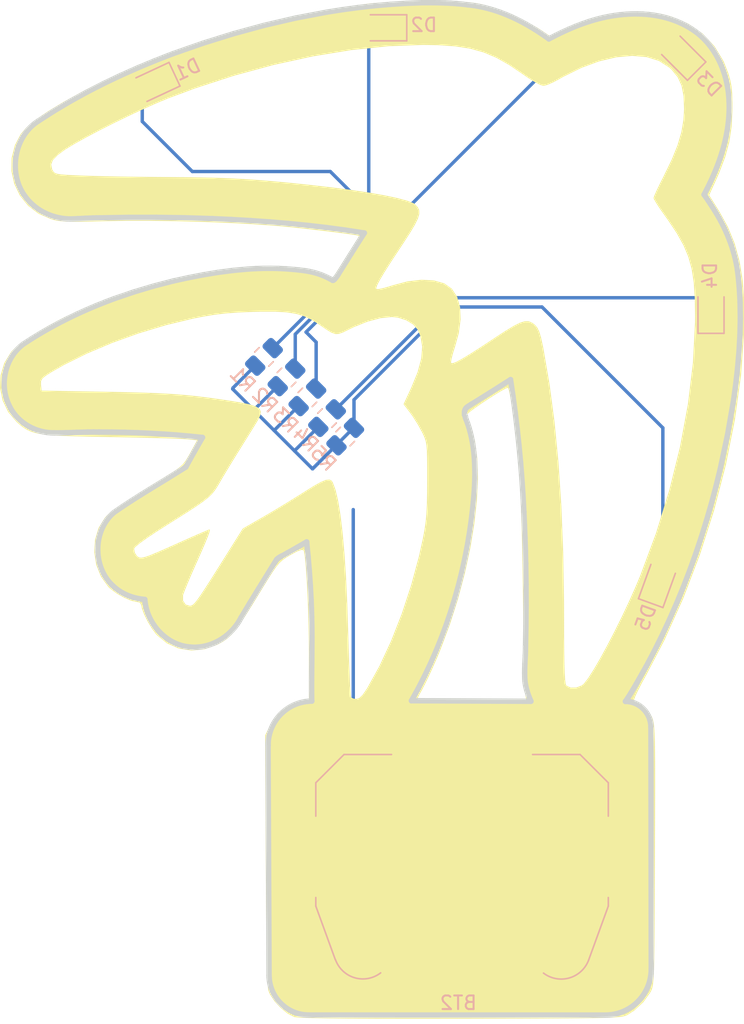
<source format=kicad_pcb>
(kicad_pcb (version 20211014) (generator pcbnew)
  (layers (0 "F.Cu" signal) (31 "B.Cu" signal) (34 "B.Paste" user) (35 "F.Paste" user) (36 "B.SilkS" user "B.Silkscreen") (37 "F.SilkS" user "F.Silkscreen") (38 "B.Mask" user) (39 "F.Mask" user) (44 "Edge.Cuts" user))
  (net 0 "")
  (net 1 "Net-(BT2-Pad2)")
  (net 2 "Net-(D5-Pad2)")
  (net 3 "Net-(BT2-Pad1)")
  (net 4 "Net-(D1-Pad2)")
  (net 5 "Net-(D2-Pad2)")
  (net 6 "Net-(D3-Pad2)")
  (net 7 "Net-(D4-Pad2)")
  (footprint "Birb:mask_big_birb" (layer "F.Cu") (at 140.865236 78.314417)
    (fp_text reference "G***" hide)
    (fp_text value "LOGO" hide)
  )
  (footprint "Birb:soldermask_infill" (layer "F.Cu") (at 141 78)
    (fp_text reference "G***" hide)
    (fp_text value "LOGO" hide)
  )
  (footprint "Resistor_SMD:R_0805_2012Metric" (layer "B.Cu") (at 136.22 69.78 -135)
    (fp_text reference "R3")
    (fp_text value "15")
  )
  (footprint "Resistor_SMD:R_0805_2012Metric" (layer "B.Cu") (at 139.01 72.67 -135)
    (fp_text reference "R5")
    (fp_text value "15")
  )
  (footprint "LED_SMD:LED_0805_2012Metric" (layer "B.Cu") (at 162.1 83.36 70)
    (fp_text reference "D5")
    (fp_text value "LED")
  )
  (footprint "Resistor_SMD:R_0805_2012Metric" (layer "B.Cu") (at 137.67 71.31 -135)
    (fp_text reference "R4")
    (fp_text value "15")
  )
  (footprint "LED_SMD:LED_0805_2012Metric" (layer "B.Cu") (at 124.898121 46.683088 -155)
    (fp_text reference "D1")
    (fp_text value "LED")
  )
  (footprint "LED_SMD:LED_0805_2012Metric" (layer "B.Cu") (at 141.86 42.55 180)
    (fp_text reference "D2")
    (fp_text value "LED")
  )
  (footprint "Resistor_SMD:R_0805_2012Metric" (layer "B.Cu") (at 133.02 66.8 -135)
    (fp_text reference "R1")
    (fp_text value "15")
  )
  (footprint "Battery:BatteryHolder_Keystone_3034_1x20mm" (layer "B.Cu") (at 147.62 103.64 180)
    (fp_text reference "BT2")
    (fp_text value "Battery_Cell")
  )
  (footprint "LED_SMD:LED_0805_2012Metric" (layer "B.Cu") (at 163.72 44.55 135)
    (fp_text reference "D3")
    (fp_text value "LED")
  )
  (footprint "LED_SMD:LED_0805_2012Metric" (layer "B.Cu") (at 165.97 63.38 90)
    (fp_text reference "D4")
    (fp_text value "LED")
  )
  (footprint "Resistor_SMD:R_0805_2012Metric" (layer "B.Cu") (at 134.68 68.31 -135)
    (fp_text reference "R2")
    (fp_text value "15")
  )
  (gr_line (start 139.025833 57.45613) (end 140.416877 57.669523) (layer "Edge.Cuts") (width 0.400165))
  (gr_line (start 165.35679 43.277213) (end 165.087211 43.03534) (layer "Edge.Cuts") (width 0.400165))
  (gr_line (start 166.05084 55.7164) (end 165.979485 55.60515) (layer "Edge.Cuts") (width 0.400165))
  (gr_line (start 139.980064 41.056434) (end 138.814507 41.21306) (layer "Edge.Cuts") (width 0.400165))
  (gr_line (start 121.928841 83.708089) (end 122.048591 83.814676) (layer "Edge.Cuts") (width 0.400165))
  (gr_line (start 127.088322 88.104936) (end 127.249453 88.138693) (layer "Edge.Cuts") (width 0.400165))
  (gr_line (start 138.086614 61.1576) (end 138.079572 61.154418) (layer "Edge.Cuts") (width 0.400165))
  (gr_line (start 135.430964 92.36847) (end 135.284387 92.427243) (layer "Edge.Cuts") (width 0.400165))
  (gr_line (start 116.571146 65.048161) (end 115.928391 65.439717) (layer "Edge.Cuts") (width 0.400165))
  (gr_line (start 148.127521 72.013209) (end 148.21429 72.320184) (layer "Edge.Cuts") (width 0.400165))
  (gr_line (start 125.400878 87.151287) (end 125.520131 87.264021) (layer "Edge.Cuts") (width 0.400165))
  (gr_line (start 158.066621 41.790629) (end 157.801152 41.8527) (layer "Edge.Cuts") (width 0.400165))
  (gr_line (start 148.107609 70.419161) (end 148.061502 70.448852) (layer "Edge.Cuts") (width 0.400165))
  (gr_line (start 166.05084 55.7164) (end 166.05084 55.7164) (layer "Edge.Cuts") (width 0.400165))
  (gr_line (start 133.396301 112.374593) (end 133.400798 112.524898) (layer "Edge.Cuts") (width 0.400165))
  (gr_line (start 126.620579 87.957035) (end 126.773703 88.013861) (layer "Edge.Cuts") (width 0.400165))
  (gr_line (start 115.014279 54.291517) (end 115.098381 54.468076) (layer "Edge.Cuts") (width 0.400165))
  (gr_line (start 144.671642 40.702036) (end 144.671642 40.702036) (layer "Edge.Cuts") (width 0.400165))
  (gr_line (start 167.259471 49.408512) (end 167.296877 48.931254) (layer "Edge.Cuts") (width 0.400165))
  (gr_line (start 124.305216 85.162155) (end 124.34242 85.322199) (layer "Edge.Cuts") (width 0.400165))
  (gr_line (start 136.542034 92.16633) (end 136.375612 92.171352) (layer "Edge.Cuts") (width 0.400165))
  (gr_line (start 150.059542 41.278794) (end 149.669225 41.161623) (layer "Edge.Cuts") (width 0.400165))
  (gr_line (start 150.445211 41.410869) (end 150.059542 41.278794) (layer "Edge.Cuts") (width 0.400165))
  (gr_line (start 161.528279 112.412175) (end 161.548557 112.246829) (layer "Edge.Cuts") (width 0.400165))
  (gr_line (start 161.548557 112.246829) (end 161.560717 112.080075) (layer "Edge.Cuts") (width 0.400165))
  (gr_line (start 134.259672 114.440036) (end 134.36134 114.536762) (layer "Edge.Cuts") (width 0.400165))
  (gr_line (start 136.049658 92.20607) (end 135.89053 92.235357) (layer "Edge.Cuts") (width 0.400165))
  (gr_line (start 136.55169 86.705511) (end 136.557509 87.477871) (layer "Edge.Cuts") (width 0.400165))
  (gr_line (start 118.755893 56.636493) (end 118.755893 56.636493) (layer "Edge.Cuts") (width 0.400165))
  (gr_line (start 114.694519 52.96623) (end 114.711817 53.161757) (layer "Edge.Cuts") (width 0.400165))
  (gr_line (start 160.999364 113.791004) (end 161.087549 113.650853) (layer "Edge.Cuts") (width 0.400165))
  (gr_line (start 158.358215 115.294877) (end 158.524518 115.282484) (layer "Edge.Cuts") (width 0.400165))
  (gr_line (start 138.476434 60.74278) (end 138.422462 60.821113) (layer "Edge.Cuts") (width 0.400165))
  (gr_line (start 114.164445 67.304005) (end 114.107539 67.448604) (layer "Edge.Cuts") (width 0.400165))
  (gr_line (start 133.386316 94.770952) (end 133.358631 94.930786) (layer "Edge.Cuts") (width 0.400165))
  (gr_line (start 158.470796 41.708189) (end 158.066621 41.790629) (layer "Edge.Cuts") (width 0.400165))
  (gr_line (start 160.447807 90.921254) (end 161.188806 89.614587) (layer "Edge.Cuts") (width 0.400165))
  (gr_line (start 167.916353 60.380679) (end 167.863823 60.067845) (layer "Edge.Cuts") (width 0.400165))
  (gr_line (start 147.86831 71.257256) (end 147.870063 71.270463) (layer "Edge.Cuts") (width 0.400165))
  (gr_line (start 134.090532 60.284358) (end 133.531605 60.272946) (layer "Edge.Cuts") (width 0.400165))
  (gr_line (start 133.400798 112.524898) (end 133.41275 112.673231) (layer "Edge.Cuts") (width 0.400165))
  (gr_line (start 134.162695 114.338585) (end 134.259672 114.440036) (layer "Edge.Cuts") (width 0.400165))
  (gr_line (start 135.734237 92.272322) (end 135.580981 92.316762) (layer "Edge.Cuts") (width 0.400165))
  (gr_line (start 117.22347 64.673483) (end 116.571146 65.048161) (layer "Edge.Cuts") (width 0.400165))
  (gr_line (start 159.013828 115.196938) (end 159.172808 115.152684) (layer "Edge.Cuts") (width 0.400165))
  (gr_line (start 138.280487 61.009257) (end 138.252789 61.04162) (layer "Edge.Cuts") (width 0.400165))
  (gr_line (start 135.059552 115.007607) (end 135.188902 115.066117) (layer "Edge.Cuts") (width 0.400165))
  (gr_line (start 117.307345 72.391428) (end 117.437561 72.395951) (layer "Edge.Cuts") (width 0.400165))
  (gr_line (start 121.132377 82.642551) (end 121.218803 82.812302) (layer "Edge.Cuts") (width 0.400165))
  (gr_line (start 124.681583 72.430721) (end 125.634933 72.486497) (layer "Edge.Cuts") (width 0.400165))
  (gr_line (start 120.837534 81.736629) (end 120.878169 81.923742) (layer "Edge.Cuts") (width 0.400165))
  (gr_line (start 114.614966 71.001781) (end 114.69657 71.1029) (layer "Edge.Cuts") (width 0.400165))
  (gr_line (start 114.687749 52.573319) (end 114.686517 52.769924) (layer "Edge.Cuts") (width 0.400165))
  (gr_line (start 129.527169 87.798774) (end 129.779359 87.660972) (layer "Edge.Cuts") (width 0.400165))
  (gr_line (start 166.697796 56.803494) (end 166.545538 56.52599) (layer "Edge.Cuts") (width 0.400165))
  (gr_line (start 128.174285 73.278525) (end 127.863974 73.822466) (layer "Edge.Cuts") (width 0.400165))
  (gr_line (start 158.852602 115.233399) (end 159.013828 115.196938) (layer "Edge.Cuts") (width 0.400165))
  (gr_line (start 152.24053 90.384741) (end 152.235113 90.065482) (layer "Edge.Cuts") (width 0.400165))
  (gr_line (start 146.783632 85.569968) (end 146.451127 86.545956) (layer "Edge.Cuts") (width 0.400165))
  (gr_line (start 113.871002 68.666368) (end 113.869473 68.822158) (layer "Edge.Cuts") (width 0.400165))
  (gr_line (start 148.028927 71.709305) (end 148.127521 72.013209) (layer "Edge.Cuts") (width 0.400165))
  (gr_line (start 122.772997 72.359002) (end 123.72753 72.388316) (layer "Edge.Cuts") (width 0.400165))
  (gr_line (start 116.166114 72.144148) (end 116.288363 72.189217) (layer "Edge.Cuts") (width 0.400165))
  (gr_line (start 121.928841 83.708089) (end 121.928841 83.708089) (layer "Edge.Cuts") (width 0.400165))
  (gr_line (start 146.370911 40.719647) (end 145.946228 40.707188) (layer "Edge.Cuts") (width 0.400165))
  (gr_line (start 160.330497 114.531963) (end 160.456781 114.422765) (layer "Edge.Cuts") (width 0.400165))
  (gr_line (start 124.495578 85.790677) (end 124.559872 85.94213) (layer "Edge.Cuts") (width 0.400165))
  (gr_line (start 160.540663 41.525033) (end 160.123741 41.528586) (layer "Edge.Cuts") (width 0.400165))
  (gr_line (start 148.519619 74.208723) (end 148.540128 74.528289) (layer "Edge.Cuts") (width 0.400165))
  (gr_line (start 160.560392 92.42066) (end 160.47959 92.378363) (layer "Edge.Cuts") (width 0.400165))
  (gr_line (start 113.878871 68.510741) (end 113.871002 68.666368) (layer "Edge.Cuts") (width 0.400165))
  (gr_line (start 145.704798 88.463865) (end 145.291217 89.403891) (layer "Edge.Cuts") (width 0.400165))
  (gr_line (start 121.820071 78.390731) (end 121.684759 78.527954) (layer "Edge.Cuts") (width 0.400165))
  (gr_line (start 161.502157 93.703807) (end 161.481214 93.612557) (layer "Edge.Cuts") (width 0.400165))
  (gr_line (start 152.251281 89.426393) (end 152.281435 88.786977) (layer "Edge.Cuts") (width 0.400165))
  (gr_line (start 152.487219 91.660022) (end 152.426326 91.476106) (layer "Edge.Cuts") (width 0.400165))
  (gr_line (start 124.880559 61.582697) (end 123.438426 62.012849) (layer "Edge.Cuts") (width 0.400165))
  (gr_line (start 151.537282 70.8887) (end 151.373707 69.678323) (layer "Edge.Cuts") (width 0.400165))
  (gr_line (start 133.577884 113.378891) (end 133.630697 113.511537) (layer "Edge.Cuts") (width 0.400165))
  (gr_line (start 162.990339 41.909708) (end 162.593609 41.793454) (layer "Edge.Cuts") (width 0.400165))
  (gr_line (start 135.208282 60.356178) (end 135.208282 60.356178) (layer "Edge.Cuts") (width 0.400165))
  (gr_line (start 131.335222 86.001096) (end 131.335222 86.001096) (layer "Edge.Cuts") (width 0.400165))
  (gr_line (start 121.684759 78.527954) (end 121.558785 78.672375) (layer "Edge.Cuts") (width 0.400165))
  (gr_line (start 137.631213 57.269689) (end 139.025833 57.45613) (layer "Edge.Cuts") (width 0.400165))
  (gr_line (start 154.992183 42.878583) (end 154.502681 43.118105) (layer "Edge.Cuts") (width 0.400165))
  (gr_line (start 135.208282 60.356178) (end 134.649475 60.311824) (layer "Edge.Cuts") (width 0.400165))
  (gr_line (start 164.49521 42.608685) (end 164.13345 42.397323) (layer "Edge.Cuts") (width 0.400165))
  (gr_line (start 114.394317 70.679332) (end 114.463687 70.789933) (layer "Edge.Cuts") (width 0.400165))
  (gr_line (start 167.023095 50.82444) (end 167.12146 50.355485) (layer "Edge.Cuts") (width 0.400165))
  (gr_line (start 127.427701 60.968481) (end 126.335797 61.206077) (layer "Edge.Cuts") (width 0.400165))
  (gr_line (start 121.218803 82.812302) (end 121.314361 82.977056) (layer "Edge.Cuts") (width 0.400165))
  (gr_line (start 120.407287 56.563797) (end 120.682859 56.556557) (layer "Edge.Cuts") (width 0.400165))
  (gr_line (start 124.707227 86.236498) (end 124.789924 86.378922) (layer "Edge.Cuts") (width 0.400165))
  (gr_line (start 138.120919 61.154421) (end 138.111482 61.157478) (layer "Edge.Cuts") (width 0.400165))
  (gr_line (start 135.880232 115.262089) (end 136.026124 115.280684) (layer "Edge.Cuts") (width 0.400165))
  (gr_line (start 148.540128 74.528289) (end 148.560413 75.168681) (layer "Edge.Cuts") (width 0.400165))
  (gr_line (start 147.868869 71.249245) (end 147.86831 71.257256) (layer "Edge.Cuts") (width 0.400165))
  (gr_line (start 113.869473 68.822158) (end 113.87433 68.977842) (layer "Edge.Cuts") (width 0.400165))
  (gr_line (start 158.87967 41.640003) (end 158.470796 41.708189) (layer "Edge.Cuts") (width 0.400165))
  (gr_line (start 152.220989 79.180434) (end 152.17737 78.223649) (layer "Edge.Cuts") (width 0.400165))
  (gr_line (start 134.833275 56.970121) (end 136.233525 57.108315) (layer "Edge.Cuts") (width 0.400165))
  (gr_line (start 114.0566 67.595526) (end 114.011674 67.744503) (layer "Edge.Cuts") (width 0.400165))
  (gr_line (start 151.202115 41.716419) (end 150.826109 41.55702) (layer "Edge.Cuts") (width 0.400165))
  (gr_line (start 164.406027 82.522404) (end 164.845954 81.300056) (layer "Edge.Cuts") (width 0.400165))
  (gr_line (start 152.654794 42.469926) (end 152.299569 42.26582) (layer "Edge.Cuts") (width 0.400165))
  (gr_line (start 121.202798 46.657947) (end 119.965458 47.291121) (layer "Edge.Cuts") (width 0.400165))
  (gr_line (start 148.34087 78.50851) (end 148.20179 79.535252) (layer "Edge.Cuts") (width 0.400165))
  (gr_line (start 162.190826 41.699072) (end 161.783065 41.625802) (layer "Edge.Cuts") (width 0.400165))
  (gr_line (start 161.795242 88.465054) (end 162.373194 87.301536) (layer "Edge.Cuts") (width 0.400165))
  (gr_line (start 161.463826 112.737527) (end 161.499997 112.575834) (layer "Edge.Cuts") (width 0.400165))
  (gr_line (start 152.32749 86.636119) (end 152.340895 85.103123) (layer "Edge.Cuts") (width 0.400165))
  (gr_line (start 148.20179 79.535252) (end 148.034714 80.557586) (layer "Edge.Cuts") (width 0.400165))
  (gr_line (start 114.885568 51.414429) (end 114.830238 51.602697) (layer "Edge.Cuts") (width 0.400165))
  (gr_line (start 159.482918 115.041261) (end 159.633494 114.974322) (layer "Edge.Cuts") (width 0.400165))
  (gr_line (start 157.015032 42.07395) (end 156.499414 42.248244) (layer "Edge.Cuts") (width 0.400165))
  (gr_line (start 152.248059 90.54427) (end 152.24053 90.384741) (layer "Edge.Cuts") (width 0.400165))
  (gr_line (start 136.355158 60.504135) (end 136.178236 60.47216) (layer "Edge.Cuts") (width 0.400165))
  (gr_line (start 147.797927 70.987289) (end 147.801132 71.035157) (layer "Edge.Cuts") (width 0.400165))
  (gr_line (start 123.609471 84.575885) (end 123.765376 84.609009) (layer "Edge.Cuts") (width 0.400165))
  (gr_line (start 125.643877 87.371527) (end 125.771933 87.47356) (layer "Edge.Cuts") (width 0.400165))
  (gr_line (start 124.252675 84.837716) (end 124.27524 85.000578) (layer "Edge.Cuts") (width 0.400165))
  (gr_line (start 114.463687 70.789933) (end 114.537287 70.897437) (layer "Edge.Cuts") (width 0.400165))
  (gr_line (start 121.068671 79.484689) (end 120.99854 79.661635) (layer "Edge.Cuts") (width 0.400165))
  (gr_line (start 166.773237 51.751387) (end 166.906647 51.289868) (layer "Edge.Cuts") (width 0.400165))
  (gr_line (start 117.567902 72.395648) (end 117.567902 72.395648) (layer "Edge.Cuts") (width 0.400165))
  (gr_line (start 159.666002 92.184186) (end 159.666002 92.184186) (layer "Edge.Cuts") (width 0.400165))
  (gr_line (start 151.573109 41.888238) (end 151.202115 41.716419) (layer "Edge.Cuts") (width 0.400165))
  (gr_line (start 149.274381 41.060186) (end 148.875131 40.97531) (layer "Edge.Cuts") (width 0.400165))
  (gr_line (start 161.269138 93.105361) (end 161.220468 93.02864) (layer "Edge.Cuts") (width 0.400165))
  (gr_line (start 161.560717 112.080075) (end 161.564645 111.912191) (layer "Edge.Cuts") (width 0.400165))
  (gr_line (start 113.927683 69.441547) (end 113.95855 69.5941) (layer "Edge.Cuts") (width 0.400165))
  (gr_line (start 161.314195 93.18451) (end 161.269138 93.105361) (layer "Edge.Cuts") (width 0.400165))
  (gr_line (start 130.622222 56.675773) (end 132.027116 56.755736) (layer "Edge.Cuts") (width 0.400165))
  (gr_line (start 161.053925 92.814206) (end 160.991952 92.748362) (layer "Edge.Cuts") (width 0.400165))
  (gr_line (start 161.540536 94.083707) (end 161.537981 93.986732) (layer "Edge.Cuts") (width 0.400165))
  (gr_line (start 120.783822 81.357069) (end 120.806082 81.547569) (layer "Edge.Cuts") (width 0.400165))
  (gr_line (start 125.095497 56.517442) (end 127.159954 56.547671) (layer "Edge.Cuts") (width 0.400165))
  (gr_line (start 114.746224 51.986536) (end 114.717665 52.181143) (layer "Edge.Cuts") (width 0.400165))
  (gr_line (start 115.409685 54.967996) (end 115.409685 54.967996) (layer "Edge.Cuts") (width 0.400165))
  (gr_line (start 135.471718 80.833564) (end 136.164474 80.432138) (layer "Edge.Cuts") (width 0.400165))
  (gr_line (start 114.870948 71.29521) (end 114.963418 71.386272) (layer "Edge.Cuts") (width 0.400165))
  (gr_line (start 113.885619 69.133148) (end 113.903388 69.287806) (layer "Edge.Cuts") (width 0.400165))
  (gr_line (start 148.21429 72.320184) (end 148.289825 72.629913) (layer "Edge.Cuts") (width 0.400165))
  (gr_line (start 120.958599 56.553539) (end 123.02714 56.51974) (layer "Edge.Cuts") (width 0.400165))
  (gr_line (start 136.233525 57.108315) (end 137.631213 57.269689) (layer "Edge.Cuts") (width 0.400165))
  (gr_line (start 137.897087 61.053673) (end 137.71927 60.962407) (layer "Edge.Cuts") (width 0.400165))
  (gr_line (start 127.723505 88.191895) (end 127.86825 88.196062) (layer "Edge.Cuts") (width 0.400165))
  (gr_line (start 136.164474 80.432138) (end 136.270759 81.491294) (layer "Edge.Cuts") (width 0.400165))
  (gr_line (start 145.521335 40.700984) (end 144.671642 40.702036) (layer "Edge.Cuts") (width 0.400165))
  (gr_line (start 124.079806 84.657923) (end 124.237704 84.673814) (layer "Edge.Cuts") (width 0.400165))
  (gr_line (start 166.994385 46.064034) (end 166.882261 45.716594) (layer "Edge.Cuts") (width 0.400165))
  (gr_line (start 163.444821 84.935502) (end 163.93908 83.734466) (layer "Edge.Cuts") (width 0.400165))
  (gr_line (start 114.213107 70.329593) (end 114.213107 70.329593) (layer "Edge.Cuts") (width 0.400165))
  (gr_line (start 133.338829 95.093179) (end 133.327111 95.257929) (layer "Edge.Cuts") (width 0.400165))
  (gr_line (start 147.91792 71.408792) (end 148.028927 71.709305) (layer "Edge.Cuts") (width 0.400165))
  (gr_line (start 138.476434 60.74278) (end 138.476434 60.74278) (layer "Edge.Cuts") (width 0.400165))
  (gr_line (start 167.459165 58.540193) (end 167.351774 58.242822) (layer "Edge.Cuts") (width 0.400165))
  (gr_line (start 117.32967 56.385575) (end 117.560243 56.460249) (layer "Edge.Cuts") (width 0.400165))
  (gr_line (start 154.019483 43.369127) (end 153.686985 43.133567) (layer "Edge.Cuts") (width 0.400165))
  (gr_line (start 134.867321 92.643901) (end 134.736526 92.728885) (layer "Edge.Cuts") (width 0.400165))
  (gr_line (start 151.373707 69.678323) (end 151.194658 68.474841) (layer "Edge.Cuts") (width 0.400165))
  (gr_line (start 151.938967 42.071647) (end 151.573109 41.888238) (layer "Edge.Cuts") (width 0.400165))
  (gr_line (start 115.260126 71.638318) (end 115.364955 71.715073) (layer "Edge.Cuts") (width 0.400165))
  (gr_line (start 147.875014 71.290543) (end 147.884049 71.319173) (layer "Edge.Cuts") (width 0.400165))
  (gr_line (start 115.295727 65.848443) (end 115.17086 65.94408) (layer "Edge.Cuts") (width 0.400165))
  (gr_line (start 152.347767 91.192248) (end 152.325494 91.095852) (layer "Edge.Cuts") (width 0.400165))
  (gr_line (start 115.292969 50.528893) (end 115.194262 50.696952) (layer "Edge.Cuts") (width 0.400165))
  (gr_line (start 134.724935 81.262127) (end 134.775876 81.229608) (layer "Edge.Cuts") (width 0.400165))
  (gr_line (start 126.929678 88.063244) (end 127.088322 88.104936) (layer "Edge.Cuts") (width 0.400165))
  (gr_line (start 167.200625 49.883382) (end 167.259471 49.408512) (layer "Edge.Cuts") (width 0.400165))
  (gr_line (start 119.232604 63.647807) (end 118.554723 63.973597) (layer "Edge.Cuts") (width 0.400165))
  (gr_line (start 135.340895 41.833777) (end 133.047771 42.365522) (layer "Edge.Cuts") (width 0.400165))
  (gr_line (start 124.237704 84.673814) (end 124.237704 84.673814) (layer "Edge.Cuts") (width 0.400165))
  (gr_line (start 123.72753 72.388316) (end 124.681583 72.430721) (layer "Edge.Cuts") (width 0.400165))
  (gr_line (start 126.587358 72.555925) (end 127.538635 72.639287) (layer "Edge.Cuts") (width 0.400165))
  (gr_line (start 115.022565 51.047607) (end 114.949698 51.229238) (layer "Edge.Cuts") (width 0.400165))
  (gr_line (start 116.461908 55.961366) (end 116.669108 56.085891) (layer "Edge.Cuts") (width 0.400165))
  (gr_line (start 120.878169 81.923742) (end 120.92798 82.108398) (layer "Edge.Cuts") (width 0.400165))
  (gr_line (start 133.323676 95.424825) (end 133.396301 112.374593) (layer "Edge.Cuts") (width 0.400165))
  (gr_line (start 115.104107 50.870018) (end 115.022565 51.047607) (layer "Edge.Cuts") (width 0.400165))
  (gr_line (start 117.10377 56.298173) (end 117.32967 56.385575) (layer "Edge.Cuts") (width 0.400165))
  (gr_line (start 165.608784 43.536291) (end 165.35679 43.277213) (layer "Edge.Cuts") (width 0.400165))
  (gr_line (start 138.308734 60.974481) (end 138.280487 61.009257) (layer "Edge.Cuts") (width 0.400165))
  (gr_line (start 130.865598 86.724778) (end 131.039669 86.49506) (layer "Edge.Cuts") (width 0.400165))
  (gr_line (start 165.458406 54.840674) (end 165.679223 54.417153) (layer "Edge.Cuts") (width 0.400165))
  (gr_line (start 114.949698 51.229238) (end 114.885568 51.414429) (layer "Edge.Cuts") (width 0.400165))
  (gr_line (start 133.514646 94.308861) (end 133.464525 94.459785) (layer "Edge.Cuts") (width 0.400165))
  (gr_line (start 162.593609 41.793454) (end 162.190826 41.699072) (layer "Edge.Cuts") (width 0.400165))
  (gr_line (start 161.188806 89.614587) (end 161.188806 89.614587) (layer "Edge.Cuts") (width 0.400165))
  (gr_line (start 140.416877 57.669523) (end 139.926614 58.434598) (layer "Edge.Cuts") (width 0.400165))
  (gr_line (start 152.325494 91.095852) (end 152.30539 90.998713) (layer "Edge.Cuts") (width 0.400165))
  (gr_line (start 137.54521 60.880042) (end 137.37399 60.805999) (layer "Edge.Cuts") (width 0.400165))
  (gr_line (start 116.071669 55.676433) (end 116.262501 55.824821) (layer "Edge.Cuts") (width 0.400165))
  (gr_line (start 120.039097 72.338614) (end 120.451131 72.334314) (layer "Edge.Cuts") (width 0.400165))
  (gr_line (start 135.616988 60.396105) (end 135.208282 60.356178) (layer "Edge.Cuts") (width 0.400165))
  (gr_line (start 147.875547 71.239609) (end 147.873374 71.242098) (layer "Edge.Cuts") (width 0.400165))
  (gr_line (start 134.37165 93.019262) (end 134.259867 93.12718) (layer "Edge.Cuts") (width 0.400165))
  (gr_line (start 168.130527 63.975307) (end 168.111522 62.774875) (layer "Edge.Cuts") (width 0.400165))
  (gr_line (start 122.610571 77.819701) (end 121.964728 78.261217) (layer "Edge.Cuts") (width 0.400165))
  (gr_line (start 159.762691 92.187778) (end 159.666002 92.184186) (layer "Edge.Cuts") (width 0.400165))
  (gr_line (start 136.86824 60.628023) (end 136.699246 60.581488) (layer "Edge.Cuts") (width 0.400165))
  (gr_line (start 134.775876 81.229608) (end 135.471718 80.833564) (layer "Edge.Cuts") (width 0.400165))
  (gr_line (start 161.309125 113.208039) (end 161.368275 113.053908) (layer "Edge.Cuts") (width 0.400165))
  (gr_line (start 125.286301 87.033574) (end 125.400878 87.151287) (layer "Edge.Cuts") (width 0.400165))
  (gr_line (start 168.083302 62.175245) (end 168.04178 61.576226) (layer "Edge.Cuts") (width 0.400165))
  (gr_line (start 161.426521 93.435346) (end 161.393002 93.34962) (layer "Edge.Cuts") (width 0.400165))
  (gr_line (start 152.426326 91.476106) (end 152.398309 91.382463) (layer "Edge.Cuts") (width 0.400165))
  (gr_line (start 147.899153 70.592809) (end 147.88277 70.615569) (layer "Edge.Cuts") (width 0.400165))
  (gr_line (start 126.470489 87.893012) (end 126.620579 87.957035) (layer "Edge.Cuts") (width 0.400165))
  (gr_line (start 114.875201 53.926411) (end 114.939906 54.110801) (layer "Edge.Cuts") (width 0.400165))
  (gr_line (start 143.89027 92.136892) (end 143.89027 92.136892) (layer "Edge.Cuts") (width 0.400165))
  (gr_line (start 114.040189 69.894562) (end 114.091054 70.041931) (layer "Edge.Cuts") (width 0.400165))
  (gr_line (start 134.153342 93.24032) (end 134.052276 93.358478) (layer "Edge.Cuts") (width 0.400165))
  (gr_line (start 119.965458 47.291121) (end 118.748186 47.96161) (layer "Edge.Cuts") (width 0.400165))
  (gr_line (start 153.686985 43.133567) (end 153.348623 42.904628) (layer "Edge.Cuts") (width 0.400165))
  (gr_line (start 155.488079 42.652483) (end 154.992183 42.878583) (layer "Edge.Cuts") (width 0.400165))
  (gr_line (start 116.262501 55.824821) (end 116.461908 55.961366) (layer "Edge.Cuts") (width 0.400165))
  (gr_line (start 137.37399 60.805999) (end 137.204698 60.7397) (layer "Edge.Cuts") (width 0.400165))
  (gr_line (start 114.69657 71.1029) (end 114.781948 71.200731) (layer "Edge.Cuts") (width 0.400165))
  (gr_line (start 125.176581 86.911126) (end 125.286301 87.033574) (layer "Edge.Cuts") (width 0.400165))
  (gr_line (start 148.201604 70.360785) (end 148.107609 70.419161) (layer "Edge.Cuts") (width 0.400165))
  (gr_line (start 134.811242 114.872742) (end 134.933604 114.943088) (layer "Edge.Cuts") (width 0.400165))
  (gr_line (start 130.775918 42.984366) (end 128.528058 43.684097) (layer "Edge.Cuts") (width 0.400165))
  (gr_line (start 114.828889 66.263306) (end 114.72593 66.379586) (layer "Edge.Cuts") (width 0.400165))
  (gr_line (start 133.783856 93.741005) (end 133.706648 93.877184) (layer "Edge.Cuts") (width 0.400165))
  (gr_line (start 131.196602 86.253502) (end 131.335222 86.001096) (layer "Edge.Cuts") (width 0.400165))
  (gr_line (start 160.260429 91.244563) (end 160.447807 90.921254) (layer "Edge.Cuts") (width 0.400165))
  (gr_line (start 127.578447 88.181413) (end 127.578447 88.181413) (layer "Edge.Cuts") (width 0.400165))
  (gr_line (start 134.610181 92.819909) (end 134.488488 92.91677) (layer "Edge.Cuts") (width 0.400165))
  (gr_line (start 122.457909 46.060093) (end 121.202798 46.657947) (layer "Edge.Cuts") (width 0.400165))
  (gr_line (start 139.440462 59.202217) (end 138.476434 60.74278) (layer "Edge.Cuts") (width 0.400165))
  (gr_line (start 147.79683 70.942156) (end 147.797927 70.987289) (layer "Edge.Cuts") (width 0.400165))
  (gr_line (start 133.358631 94.930786) (end 133.338829 95.093179) (layer "Edge.Cuts") (width 0.400165))
  (gr_line (start 160.926942 92.685531) (end 160.859012 92.62583) (layer "Edge.Cuts") (width 0.400165))
  (gr_line (start 153.004519 42.683139) (end 152.654794 42.469926) (layer "Edge.Cuts") (width 0.400165))
  (gr_line (start 145.291217 89.403891) (end 144.850855 90.330036) (layer "Edge.Cuts") (width 0.400165))
  (gr_line (start 120.610255 63.043074) (end 119.917956 63.337729) (layer "Edge.Cuts") (width 0.400165))
  (gr_line (start 113.996037 69.745195) (end 114.040189 69.894562) (layer "Edge.Cuts") (width 0.400165))
  (gr_line (start 159.871225 91.87742) (end 160.068801 91.563748) (layer "Edge.Cuts") (width 0.400165))
  (gr_line (start 160.135263 92.248666) (end 160.044479 92.2267) (layer "Edge.Cuts") (width 0.400165))
  (gr_line (start 165.087211 43.03534) (end 164.800025 42.812041) (layer "Edge.Cuts") (width 0.400165))
  (gr_line (start 123.150753 84.441242) (end 123.301846 84.492052) (layer "Edge.Cuts") (width 0.400165))
  (gr_line (start 148.534555 76.445588) (end 148.451832 77.478306) (layer "Edge.Cuts") (width 0.400165))
  (gr_line (start 123.454857 84.536916) (end 123.609471 84.575885) (layer "Edge.Cuts") (width 0.400165))
  (gr_line (start 121.419043 83.136306) (end 121.532841 83.289542) (layer "Edge.Cuts") (width 0.400165))
  (gr_line (start 120.770763 81.165637) (end 120.783822 81.357069) (layer "Edge.Cuts") (width 0.400165))
  (gr_line (start 167.311726 48.451989) (end 167.302897 47.971098) (layer "Edge.Cuts") (width 0.400165))
  (gr_line (start 167.916353 60.380679) (end 167.916353 60.380679) (layer "Edge.Cuts") (width 0.400165))
  (gr_line (start 123.922259 84.636338) (end 124.079806 84.657923) (layer "Edge.Cuts") (width 0.400165))
  (gr_line (start 147.801132 71.035157) (end 147.806531 71.085878) (layer "Edge.Cuts") (width 0.400165))
  (gr_line (start 141.148896 40.926242) (end 139.980064 41.056434) (layer "Edge.Cuts") (width 0.400165))
  (gr_line (start 117.884837 64.315392) (end 117.22347 64.673483) (layer "Edge.Cuts") (width 0.400165))
  (gr_line (start 133.047771 42.365522) (end 130.775918 42.984366) (layer "Edge.Cuts") (width 0.400165))
  (gr_line (start 136.178236 60.47216) (end 135.996843 60.443882) (layer "Edge.Cuts") (width 0.400165))
  (gr_line (start 136.495422 84.724683) (end 136.516855 85.32114) (layer "Edge.Cuts") (width 0.400165))
  (gr_line (start 160.311419 92.305381) (end 160.224282 92.274932) (layer "Edge.Cuts") (width 0.400165))
  (gr_line (start 114.107539 67.448604) (end 114.0566 67.595526) (layer "Edge.Cuts") (width 0.400165))
  (gr_line (start 166.906647 51.289868) (end 167.023095 50.82444) (layer "Edge.Cuts") (width 0.400165))
  (gr_line (start 117.047897 72.368162) (end 117.177406 72.382143) (layer "Edge.Cuts") (width 0.400165))
  (gr_line (start 167.226548 47.130191) (end 167.166506 46.772201) (layer "Edge.Cuts") (width 0.400165))
  (gr_line (start 129.266077 87.91778) (end 129.527169 87.798774) (layer "Edge.Cuts") (width 0.400165))
  (gr_line (start 133.531605 60.272946) (end 132.972846 60.276754) (layer "Edge.Cuts") (width 0.400165))
  (gr_line (start 135.89053 92.235357) (end 135.734237 92.272322) (layer "Edge.Cuts") (width 0.400165))
  (gr_line (start 136.495422 84.724683) (end 136.495422 84.724683) (layer "Edge.Cuts") (width 0.400165))
  (gr_line (start 150.826109 41.55702) (end 150.445211 41.410869) (layer "Edge.Cuts") (width 0.400165))
  (gr_line (start 161.220468 93.02864) (end 161.168298 92.954462) (layer "Edge.Cuts") (width 0.400165))
  (gr_line (start 160.123741 41.528586) (end 159.707219 41.549439) (layer "Edge.Cuts") (width 0.400165))
  (gr_line (start 119.306148 56.61376) (end 119.856541 56.5867) (layer "Edge.Cuts") (width 0.400165))
  (gr_line (start 128.72189 88.095423) (end 128.997258 88.016994) (layer "Edge.Cuts") (width 0.400165))
  (gr_line (start 138.152258 61.137066) (end 138.130881 61.149959) (layer "Edge.Cuts") (width 0.400165))
  (gr_line (start 133.41275 112.673231) (end 133.431972 112.819409) (layer "Edge.Cuts") (width 0.400165))
  (gr_line (start 138.199995 61.097131) (end 138.175376 61.119292) (layer "Edge.Cuts") (width 0.400165))
  (gr_line (start 127.159954 56.547671) (end 129.216794 56.61145) (layer "Edge.Cuts") (width 0.400165))
  (gr_line (start 161.518676 93.796664) (end 161.502157 93.703807) (layer "Edge.Cuts") (width 0.400165))
  (gr_line (start 148.063901 40.858556) (end 147.641878 40.807816) (layer "Edge.Cuts") (width 0.400165))
  (gr_line (start 115.472494 71.788092) (end 115.58259 71.85731) (layer "Edge.Cuts") (width 0.400165))
  (gr_line (start 138.079572 61.154418) (end 138.079572 61.154418) (layer "Edge.Cuts") (width 0.400165))
  (gr_line (start 115.296022 54.806798) (end 115.409685 54.967996) (layer "Edge.Cuts") (width 0.400165))
  (gr_line (start 153.348623 42.904628) (end 153.004519 42.683139) (layer "Edge.Cuts") (width 0.400165))
  (gr_line (start 128.528058 43.684097) (end 126.306913 44.458502) (layer "Edge.Cuts") (width 0.400165))
  (gr_line (start 123.926231 76.972684) (end 123.265108 77.391242) (layer "Edge.Cuts") (width 0.400165))
  (gr_line (start 134.619079 81.322885) (end 134.672575 81.293119) (layer "Edge.Cuts") (width 0.400165))
  (gr_line (start 123.265108 77.391242) (end 122.610571 77.819701) (layer "Edge.Cuts") (width 0.400165))
  (gr_line (start 114.370495 66.886857) (end 114.295969 67.022862) (layer "Edge.Cuts") (width 0.400165))
  (gr_line (start 166.221783 55.982321) (end 166.05084 55.7164) (layer "Edge.Cuts") (width 0.400165))
  (gr_line (start 138.0943 61.159129) (end 138.086614 61.1576) (layer "Edge.Cuts") (width 0.400165))
  (gr_line (start 167.64832 59.143461) (end 167.558106 58.840446) (layer "Edge.Cuts") (width 0.400165))
  (gr_line (start 135.284387 92.427243) (end 135.141453 92.492876) (layer "Edge.Cuts") (width 0.400165))
  (gr_line (start 147.08887 84.583887) (end 146.783632 85.569968) (layer "Edge.Cuts") (width 0.400165))
  (gr_line (start 135.736636 115.236383) (end 135.880232 115.262089) (layer "Edge.Cuts") (width 0.400165))
  (gr_line (start 160.859012 92.62583) (end 160.788276 92.569375) (layer "Edge.Cuts") (width 0.400165))
  (gr_line (start 122.301983 84.008703) (end 122.434999 84.096244) (layer "Edge.Cuts") (width 0.400165))
  (gr_line (start 133.948495 81.735166) (end 133.948495 81.735166) (layer "Edge.Cuts") (width 0.400165))
  (gr_line (start 124.437784 85.636706) (end 124.495578 85.790677) (layer "Edge.Cuts") (width 0.400165))
  (gr_line (start 167.351774 58.242822) (end 167.236212 57.948457) (layer "Edge.Cuts") (width 0.400165))
  (gr_line (start 152.553747 91.838861) (end 152.487219 91.660022) (layer "Edge.Cuts") (width 0.400165))
  (gr_line (start 118.51366 56.628118) (end 118.755893 56.636493) (layer "Edge.Cuts") (width 0.400165))
  (gr_line (start 133.421681 94.613884) (end 133.386316 94.770952) (layer "Edge.Cuts") (width 0.400165))
  (gr_line (start 114.72593 66.379586) (end 114.628564 66.500351) (layer "Edge.Cuts") (width 0.400165))
  (gr_line (start 128.441148 88.152074) (end 128.72189 88.095423) (layer "Edge.Cuts") (width 0.400165))
  (gr_line (start 138.814507 41.21306) (end 137.652567 41.395344) (layer "Edge.Cuts") (width 0.400165))
  (gr_line (start 133.983554 114.122241) (end 134.070595 114.232592) (layer "Edge.Cuts") (width 0.400165))
  (gr_line (start 134.672575 81.293119) (end 134.724935 81.262127) (layer "Edge.Cuts") (width 0.400165))
  (gr_line (start 114.268875 70.449098) (end 114.329329 70.5657) (layer "Edge.Cuts") (width 0.400165))
  (gr_line (start 133.754633 113.766874) (end 133.825389 113.889199) (layer "Edge.Cuts") (width 0.400165))
  (gr_line (start 167.863823 60.067845) (end 167.801456 59.757282) (layer "Edge.Cuts") (width 0.400165))
  (gr_line (start 116.04551 72.094894) (end 116.166114 72.144148) (layer "Edge.Cuts") (width 0.400165))
  (gr_line (start 147.974529 70.51392) (end 147.954382 70.532054) (layer "Edge.Cuts") (width 0.400165))
  (gr_line (start 152.239798 89.746011) (end 152.251281 89.426393) (layer "Edge.Cuts") (width 0.400165))
  (gr_line (start 116.918968 72.349547) (end 117.047897 72.368162) (layer "Edge.Cuts") (width 0.400165))
  (gr_line (start 164.13345 42.397323) (end 163.761335 42.21088) (layer "Edge.Cuts") (width 0.400165))
  (gr_line (start 126.773703 88.013861) (end 126.929678 88.063244) (layer "Edge.Cuts") (width 0.400165))
  (gr_line (start 167.302897 47.971098) (end 167.269273 47.488959) (layer "Edge.Cuts") (width 0.400165))
  (gr_line (start 167.296877 48.931254) (end 167.311726 48.451989) (layer "Edge.Cuts") (width 0.400165))
  (gr_line (start 151.68509 72.104685) (end 151.537282 70.8887) (layer "Edge.Cuts") (width 0.400165))
  (gr_line (start 121.442139 78.823488) (end 121.334813 78.980784) (layer "Edge.Cuts") (width 0.400165))
  (gr_line (start 124.559872 85.94213) (end 124.630483 86.090819) (layer "Edge.Cuts") (width 0.400165))
  (gr_line (start 138.102599 61.159068) (end 138.0943 61.159129) (layer "Edge.Cuts") (width 0.400165))
  (gr_line (start 121.655745 83.436257) (end 121.787748 83.575942) (layer "Edge.Cuts") (width 0.400165))
  (gr_line (start 155.990459 42.441729) (end 155.488079 42.652483) (layer "Edge.Cuts") (width 0.400165))
  (gr_line (start 147.884049 71.319173) (end 147.898056 71.35803) (layer "Edge.Cuts") (width 0.400165))
  (gr_line (start 124.38667 85.480465) (end 124.437784 85.636706) (layer "Edge.Cuts") (width 0.400165))
  (gr_line (start 152.17737 78.223649) (end 152.17737 78.223649) (layer "Edge.Cuts") (width 0.400165))
  (gr_line (start 159.633494 114.974322) (end 159.780715 114.900052) (layer "Edge.Cuts") (width 0.400165))
  (gr_line (start 151.194658 68.474841) (end 151.194658 68.474841) (layer "Edge.Cuts") (width 0.400165))
  (gr_line (start 125.634933 72.486497) (end 126.587358 72.555925) (layer "Edge.Cuts") (width 0.400165))
  (gr_line (start 147.871111 71.216352) (end 147.875303 71.228413) (layer "Edge.Cuts") (width 0.400165))
  (gr_line (start 116.790772 72.326363) (end 116.918968 72.349547) (layer "Edge.Cuts") (width 0.400165))
  (gr_line (start 114.227271 67.162001) (end 114.164445 67.304005) (layer "Edge.Cuts") (width 0.400165))
  (gr_line (start 147.617056 82.585238) (end 147.366719 83.588661) (layer "Edge.Cuts") (width 0.400165))
  (gr_line (start 166.006543 77.57869) (end 166.341317 76.322594) (layer "Edge.Cuts") (width 0.400165))
  (gr_line (start 157.801152 41.8527) (end 157.537405 41.920771) (layer "Edge.Cuts") (width 0.400165))
  (gr_line (start 120.772282 80.782013) (end 120.766914 80.973782) (layer "Edge.Cuts") (width 0.400165))
  (gr_line (start 133.825389 113.889199) (end 133.901757 114.007715) (layer "Edge.Cuts") (width 0.400165))
  (gr_line (start 136.532234 91.4071) (end 136.542034 92.16633) (layer "Edge.Cuts") (width 0.400165))
  (gr_line (start 152.398309 91.382463) (end 152.37208 91.287815) (layer "Edge.Cuts") (width 0.400165))
  (gr_line (start 166.06011 44.100586) (end 165.843217 43.811205) (layer "Edge.Cuts") (width 0.400165))
  (gr_line (start 161.41988 112.896978) (end 161.463826 112.737527) (layer "Edge.Cuts") (width 0.400165))
  (gr_line (start 133.458281 112.963247) (end 133.491492 113.104562) (layer "Edge.Cuts") (width 0.400165))
  (gr_line (start 166.981682 57.369231) (end 166.843269 57.084616) (layer "Edge.Cuts") (width 0.400165))
  (gr_line (start 154.019483 43.369127) (end 154.019483 43.369127) (layer "Edge.Cuts") (width 0.400165))
  (gr_line (start 161.537981 93.986732) (end 161.530656 93.891012) (layer "Edge.Cuts") (width 0.400165))
  (gr_line (start 115.17086 65.94408) (end 115.051401 66.045283) (layer "Edge.Cuts") (width 0.400165))
  (gr_line (start 147.935046 70.551169) (end 147.916608 70.571382) (layer "Edge.Cuts") (width 0.400165))
  (gr_line (start 168.04178 61.576226) (end 167.986336 60.977983) (layer "Edge.Cuts") (width 0.400165))
  (gr_line (start 136.532287 90.63136) (end 136.532234 91.4071) (layer "Edge.Cuts") (width 0.400165))
  (gr_line (start 136.557509 87.477871) (end 136.547247 89.053264) (layer "Edge.Cuts") (width 0.400165))
  (gr_line (start 120.843778 80.212295) (end 120.810705 80.400761) (layer "Edge.Cuts") (width 0.400165))
  (gr_line (start 123.001889 84.384436) (end 123.150753 84.441242) (layer "Edge.Cuts") (width 0.400165))
  (gr_line (start 115.194262 50.696952) (end 115.104107 50.870018) (layer "Edge.Cuts") (width 0.400165))
  (gr_line (start 129.632262 60.572526) (end 128.526926 60.755073) (layer "Edge.Cuts") (width 0.400165))
  (gr_line (start 120.863375 72.338521) (end 120.863375 72.338521) (layer "Edge.Cuts") (width 0.400165))
  (gr_line (start 152.17737 78.223649) (end 152.112792 76.998944) (layer "Edge.Cuts") (width 0.400165))
  (gr_line (start 128.997258 88.016994) (end 129.266077 87.91778) (layer "Edge.Cuts") (width 0.400165))
  (gr_line (start 134.344426 81.46385) (end 134.56473 81.351725) (layer "Edge.Cuts") (width 0.400165))
  (gr_line (start 116.669108 56.085891) (end 116.883322 56.198219) (layer "Edge.Cuts") (width 0.400165))
  (gr_line (start 120.92798 82.108398) (end 120.986957 82.290091) (layer "Edge.Cuts") (width 0.400165))
  (gr_line (start 160.802192 114.058459) (end 160.904207 113.926966) (layer "Edge.Cuts") (width 0.400165))
  (gr_line (start 119.917956 63.337729) (end 119.232604 63.647807) (layer "Edge.Cuts") (width 0.400165))
  (gr_line (start 114.774546 53.548538) (end 114.820102 53.738829) (layer "Edge.Cuts") (width 0.400165))
  (gr_line (start 138.130881 61.149959) (end 138.120919 61.154421) (layer "Edge.Cuts") (width 0.400165))
  (gr_line (start 125.771933 87.47356) (end 125.904118 87.569875) (layer "Edge.Cuts") (width 0.400165))
  (gr_line (start 148.560413 75.168681) (end 148.556983 75.80863) (layer "Edge.Cuts") (width 0.400165))
  (gr_line (start 114.148678 70.187031) (end 114.213107 70.329593) (layer "Edge.Cuts") (width 0.400165))
  (gr_line (start 166.623983 52.208619) (end 166.773237 51.751387) (layer "Edge.Cuts") (width 0.400165))
  (gr_line (start 161.540536 94.083707) (end 161.540536 94.083707) (layer "Edge.Cuts") (width 0.400165))
  (gr_line (start 159.29217 41.586832) (end 158.87967 41.640003) (layer "Edge.Cuts") (width 0.400165))
  (gr_line (start 147.839762 81.574563) (end 147.617056 82.585238) (layer "Edge.Cuts") (width 0.400165))
  (gr_line (start 168.103744 65.176205) (end 168.130527 63.975307) (layer "Edge.Cuts") (width 0.400165))
  (gr_line (start 148.289825 72.629913) (end 148.354716 72.942078) (layer "Edge.Cuts") (width 0.400165))
  (gr_line (start 136.375612 92.171352) (end 136.211419 92.184667) (layer "Edge.Cuts") (width 0.400165))
  (gr_line (start 125.012263 44.962366) (end 123.728496 45.495565) (layer "Edge.Cuts") (width 0.400165))
  (gr_line (start 134.083648 81.619298) (end 134.133002 81.585244) (layer "Edge.Cuts") (width 0.400165))
  (gr_line (start 135.321469 115.118433) (end 135.45707 115.164372) (layer "Edge.Cuts") (width 0.400165))
  (gr_line (start 139.926614 58.434598) (end 139.440462 59.202217) (layer "Edge.Cuts") (width 0.400165))
  (gr_line (start 167.112755 57.657219) (end 166.981682 57.369231) (layer "Edge.Cuts") (width 0.400165))
  (gr_line (start 151.932233 74.548327) (end 151.816838 73.32499) (layer "Edge.Cuts") (width 0.400165))
  (gr_line (start 116.061314 49.652675) (end 115.912601 49.78057) (layer "Edge.Cuts") (width 0.400165))
  (gr_line (start 133.630697 113.511537) (end 133.689674 113.640926) (layer "Edge.Cuts") (width 0.400165))
  (gr_line (start 167.12146 50.355485) (end 167.200625 49.883382) (layer "Edge.Cuts") (width 0.400165))
  (gr_line (start 142.320663 40.823261) (end 141.148896 40.926242) (layer "Edge.Cuts") (width 0.400165))
  (gr_line (start 166.441366 44.717276) (end 166.259485 44.403066) (layer "Edge.Cuts") (width 0.400165))
  (gr_line (start 147.954382 70.532054) (end 147.935046 70.551169) (layer "Edge.Cuts") (width 0.400165))
  (gr_line (start 127.256839 74.917962) (end 125.928031 75.744861) (layer "Edge.Cuts") (width 0.400165))
  (gr_line (start 136.516855 85.32114) (end 136.526851 85.640648) (layer "Edge.Cuts") (width 0.400165))
  (gr_line (start 152.289728 81.089756) (end 152.258979 80.137687) (layer "Edge.Cuts") (width 0.400165))
  (gr_line (start 161.242545 113.359092) (end 161.309125 113.208039) (layer "Edge.Cuts") (width 0.400165))
  (gr_line (start 133.635909 94.017356) (end 133.571841 94.161317) (layer "Edge.Cuts") (width 0.400165))
  (gr_line (start 159.666002 92.184186) (end 159.666002 92.184186) (layer "Edge.Cuts") (width 0.400165))
  (gr_line (start 148.45492 73.572439) (end 148.491413 73.89) (layer "Edge.Cuts") (width 0.400165))
  (gr_line (start 166.341317 76.322594) (end 166.650535 75.05991) (layer "Edge.Cuts") (width 0.400165))
  (gr_line (start 156.499414 42.248244) (end 155.990459 42.441729) (layer "Edge.Cuts") (width 0.400165))
  (gr_line (start 136.53367 85.951013) (end 136.55169 86.705511) (layer "Edge.Cuts") (width 0.400165))
  (gr_line (start 165.458406 54.840674) (end 165.458406 54.840674) (layer "Edge.Cuts") (width 0.400165))
  (gr_line (start 134.133002 81.585244) (end 134.184039 81.552974) (layer "Edge.Cuts") (width 0.400165))
  (gr_line (start 160.068801 91.563748) (end 160.260429 91.244563) (layer "Edge.Cuts") (width 0.400165))
  (gr_line (start 135.595521 115.20375) (end 135.736636 115.236383) (layer "Edge.Cuts") (width 0.400165))
  (gr_line (start 158.689406 115.261953) (end 158.852602 115.233399) (layer "Edge.Cuts") (width 0.400165))
  (gr_line (start 120.886102 80.025946) (end 120.843778 80.212295) (layer "Edge.Cuts") (width 0.400165))
  (gr_line (start 133.706648 93.877184) (end 133.635909 94.017356) (layer "Edge.Cuts") (width 0.400165))
  (gr_line (start 164.800025 42.812041) (end 164.49521 42.608685) (layer "Edge.Cuts") (width 0.400165))
  (gr_line (start 167.729529 59.449113) (end 167.64832 59.143461) (layer "Edge.Cuts") (width 0.400165))
  (gr_line (start 118.272198 56.606129) (end 118.51366 56.628118) (layer "Edge.Cuts") (width 0.400165))
  (gr_line (start 130.742501 60.427509) (end 129.632262 60.572526) (layer "Edge.Cuts") (width 0.400165))
  (gr_line (start 152.299158 88.14776) (end 152.32749 86.636119) (layer "Edge.Cuts") (width 0.400165))
  (gr_line (start 128.488543 72.736863) (end 128.488543 72.736863) (layer "Edge.Cuts") (width 0.400165))
  (gr_line (start 132.027116 56.755736) (end 133.430969 56.853224) (layer "Edge.Cuts") (width 0.400165))
  (gr_line (start 116.883322 56.198219) (end 117.10377 56.298173) (layer "Edge.Cuts") (width 0.400165))
  (gr_line (start 120.863375 72.338521) (end 121.818204 72.342498) (layer "Edge.Cuts") (width 0.400165))
  (gr_line (start 122.712105 84.252634) (end 122.855569 84.321583) (layer "Edge.Cuts") (width 0.400165))
  (gr_line (start 113.903388 69.287806) (end 113.927683 69.441547) (layer "Edge.Cuts") (width 0.400165))
  (gr_line (start 161.455964 93.523031) (end 161.426521 93.435346) (layer "Edge.Cuts") (width 0.400165))
  (gr_line (start 134.649475 60.311824) (end 134.090532 60.284358) (layer "Edge.Cuts") (width 0.400165))
  (gr_line (start 166.843269 57.084616) (end 166.697796 56.803494) (layer "Edge.Cuts") (width 0.400165))
  (gr_line (start 133.956872 93.481447) (end 133.867331 93.609025) (layer "Edge.Cuts") (width 0.400165))
  (gr_line (start 147.88277 70.615569) (end 147.867543 70.639777) (layer "Edge.Cuts") (width 0.400165))
  (gr_line (start 122.434999 84.096244) (end 122.57181 84.177538) (layer "Edge.Cuts") (width 0.400165))
  (gr_line (start 167.801456 59.757282) (end 167.729529 59.449113) (layer "Edge.Cuts") (width 0.400165))
  (gr_line (start 115.926704 72.04152) (end 116.04551 72.094894) (layer "Edge.Cuts") (width 0.400165))
  (gr_line (start 133.430969 56.853224) (end 134.833275 56.970121) (layer "Edge.Cuts") (width 0.400165))
  (gr_line (start 117.567902 72.395648) (end 117.97995 72.395589) (layer "Edge.Cuts") (width 0.400165))
  (gr_line (start 134.184039 81.552974) (end 134.236477 81.522185) (layer "Edge.Cuts") (width 0.400165))
  (gr_line (start 113.893032 68.355546) (end 113.878871 68.510741) (layer "Edge.Cuts") (width 0.400165))
  (gr_line (start 134.736526 92.728885) (end 134.610181 92.819909) (layer "Edge.Cuts") (width 0.400165))
  (gr_line (start 115.158159 71.55789) (end 115.260126 71.638318) (layer "Edge.Cuts") (width 0.400165))
  (gr_line (start 160.47959 92.378363) (end 160.396561 92.339897) (layer "Edge.Cuts") (width 0.400165))
  (gr_line (start 167.798147 68.768517) (end 167.932606 67.574128) (layer "Edge.Cuts") (width 0.400165))
  (gr_line (start 136.361943 82.564595) (end 136.437129 83.644803) (layer "Edge.Cuts") (width 0.400165))
  (gr_line (start 162.922956 86.124772) (end 163.444821 84.935502) (layer "Edge.Cuts") (width 0.400165))
  (gr_line (start 148.061502 70.448852) (end 148.016912 70.480126) (layer "Edge.Cuts") (width 0.400165))
  (gr_line (start 167.089126 46.416359) (end 166.994385 46.064034) (layer "Edge.Cuts") (width 0.400165))
  (gr_line (start 162.373194 87.301536) (end 162.922956 86.124772) (layer "Edge.Cuts") (width 0.400165))
  (gr_line (start 160.991952 92.748362) (end 160.926942 92.685531) (layer "Edge.Cuts") (width 0.400165))
  (gr_line (start 123.765376 84.609009) (end 123.922259 84.636338) (layer "Edge.Cuts") (width 0.400165))
  (gr_line (start 167.236212 57.948457) (end 167.112755 57.657219) (layer "Edge.Cuts") (width 0.400165))
  (gr_line (start 136.324062 115.295804) (end 158.190774 115.299016) (layer "Edge.Cuts") (width 0.400165))
  (gr_line (start 152.030982 75.773407) (end 151.932233 74.548327) (layer "Edge.Cuts") (width 0.400165))
  (gr_line (start 120.810705 80.400761) (end 120.786876 80.590836) (layer "Edge.Cuts") (width 0.400165))
  (gr_line (start 134.36134 114.536762) (end 134.467515 114.628579) (layer "Edge.Cuts") (width 0.400165))
  (gr_line (start 166.259485 44.403066) (end 166.06011 44.100586) (layer "Edge.Cuts") (width 0.400165))
  (gr_line (start 147.870063 71.270463) (end 147.875014 71.290543) (layer "Edge.Cuts") (width 0.400165))
  (gr_line (start 132.972846 60.276754) (end 132.414404 60.294949) (layer "Edge.Cuts") (width 0.400165))
  (gr_line (start 115.809847 71.984088) (end 115.926704 72.04152) (layer "Edge.Cuts") (width 0.400165))
  (gr_line (start 133.531421 113.243172) (end 133.577884 113.378891) (layer "Edge.Cuts") (width 0.400165))
  (gr_line (start 137.03642 60.680567) (end 136.86824 60.628023) (layer "Edge.Cuts") (width 0.400165))
  (gr_line (start 158.524518 115.282484) (end 158.689406 115.261953) (layer "Edge.Cuts") (width 0.400165))
  (gr_line (start 114.738472 53.35602) (end 114.774546 53.548538) (layer "Edge.Cuts") (width 0.400165))
  (gr_line (start 138.079572 61.154418) (end 137.897087 61.053673) (layer "Edge.Cuts") (width 0.400165))
  (gr_line (start 125.928031 75.744861) (end 124.591832 76.560872) (layer "Edge.Cuts") (width 0.400165))
  (gr_line (start 120.682859 56.556557) (end 120.958599 56.553539) (layer "Edge.Cuts") (width 0.400165))
  (gr_line (start 133.867331 93.609025) (end 133.783856 93.741005) (layer "Edge.Cuts") (width 0.400165))
  (gr_line (start 135.002364 92.565163) (end 134.867321 92.643901) (layer "Edge.Cuts") (width 0.400165))
  (gr_line (start 159.329263 115.100754) (end 159.482918 115.041261) (layer "Edge.Cuts") (width 0.400165))
  (gr_line (start 127.863974 73.822466) (end 127.558022 74.36888) (layer "Edge.Cuts") (width 0.400165))
  (gr_line (start 159.666002 92.184186) (end 159.666002 92.184186) (layer "Edge.Cuts") (width 0.400165))
  (gr_line (start 114.937395 66.151782) (end 114.828889 66.263306) (layer "Edge.Cuts") (width 0.400165))
  (gr_line (start 120.786876 80.590836) (end 120.772282 80.782013) (layer "Edge.Cuts") (width 0.400165))
  (gr_line (start 134.070595 114.232592) (end 134.162695 114.338585) (layer "Edge.Cuts") (width 0.400165))
  (gr_line (start 147.875303 71.228413) (end 147.876486 71.235607) (layer "Edge.Cuts") (width 0.400165))
  (gr_line (start 168.111522 62.774875) (end 168.083302 62.175245) (layer "Edge.Cuts") (width 0.400165))
  (gr_line (start 160.396561 92.339897) (end 160.311419 92.305381) (layer "Edge.Cuts") (width 0.400165))
  (gr_line (start 163.761335 42.21088) (end 163.379939 42.048596) (layer "Edge.Cuts") (width 0.400165))
  (gr_line (start 133.464525 94.459785) (end 133.421681 94.613884) (layer "Edge.Cuts") (width 0.400165))
  (gr_line (start 136.324062 115.295804) (end 136.324062 115.295804) (layer "Edge.Cuts") (width 0.400165))
  (gr_line (start 136.699246 60.581488) (end 136.528524 60.540385) (layer "Edge.Cuts") (width 0.400165))
  (gr_line (start 148.471598 40.907824) (end 148.063901 40.858556) (layer "Edge.Cuts") (width 0.400165))
  (gr_line (start 117.560243 56.460249) (end 117.794709 56.522018) (layer "Edge.Cuts") (width 0.400165))
  (gr_line (start 133.491492 113.104562) (end 133.531421 113.243172) (layer "Edge.Cuts") (width 0.400165))
  (gr_line (start 152.112792 76.998944) (end 152.030982 75.773407) (layer "Edge.Cuts") (width 0.400165))
  (gr_line (start 124.27524 85.000578) (end 124.305216 85.162155) (layer "Edge.Cuts") (width 0.400165))
  (gr_line (start 115.364955 71.715073) (end 115.472494 71.788092) (layer "Edge.Cuts") (width 0.400165))
  (gr_line (start 166.386775 56.252225) (end 166.221783 55.982321) (layer "Edge.Cuts") (width 0.400165))
  (gr_line (start 152.699659 92.178495) (end 152.624897 92.011919) (layer "Edge.Cuts") (width 0.400165))
  (gr_line (start 124.34242 85.322199) (end 124.38667 85.480465) (layer "Edge.Cuts") (width 0.400165))
  (gr_line (start 128.156209 88.185951) (end 128.441148 88.152074) (layer "Edge.Cuts") (width 0.400165))
  (gr_line (start 121.818204 72.342498) (end 122.772997 72.359002) (layer "Edge.Cuts") (width 0.400165))
  (gr_line (start 121.055092 82.468311) (end 121.132377 82.642551) (layer "Edge.Cuts") (width 0.400165))
  (gr_line (start 165.609871 55.057295) (end 165.458406 54.840674) (layer "Edge.Cuts") (width 0.400165))
  (gr_line (start 134.259867 93.12718) (end 134.153342 93.24032) (layer "Edge.Cuts") (width 0.400165))
  (gr_line (start 115.695092 71.922663) (end 115.809847 71.984088) (layer "Edge.Cuts") (width 0.400165))
  (gr_line (start 149.669225 41.161623) (end 149.274381 41.060186) (layer "Edge.Cuts") (width 0.400165))
  (gr_line (start 116.412105 72.230037) (end 116.537189 72.266544) (layer "Edge.Cuts") (width 0.400165))
  (gr_line (start 113.91344 68.201055) (end 113.893032 68.355546) (layer "Edge.Cuts") (width 0.400165))
  (gr_line (start 120.958599 56.553539) (end 120.958599 56.553539) (layer "Edge.Cuts") (width 0.400165))
  (gr_line (start 134.488488 92.91677) (end 134.37165 93.019262) (layer "Edge.Cuts") (width 0.400165))
  (gr_line (start 161.355521 93.265969) (end 161.314195 93.18451) (layer "Edge.Cuts") (width 0.400165))
  (gr_line (start 147.91792 71.408792) (end 147.91792 71.408792) (layer "Edge.Cuts") (width 0.400165))
  (gr_line (start 158.066621 41.790629) (end 158.066621 41.790629) (layer "Edge.Cuts") (width 0.400165))
  (gr_line (start 129.216794 56.61145) (end 129.216794 56.61145) (layer "Edge.Cuts") (width 0.400165))
  (gr_line (start 147.800613 70.859632) (end 147.797754 70.899643) (layer "Edge.Cuts") (width 0.400165))
  (gr_line (start 131.335222 86.001096) (end 131.976851 84.934802) (layer "Edge.Cuts") (width 0.400165))
  (gr_line (start 147.366719 83.588661) (end 147.08887 84.583887) (layer "Edge.Cuts") (width 0.400165))
  (gr_line (start 115.718847 55.344838) (end 115.89019 55.51638) (layer "Edge.Cuts") (width 0.400165))
  (gr_line (start 167.193471 72.517741) (end 167.637693 69.958101) (layer "Edge.Cuts") (width 0.400165))
  (gr_line (start 122.013593 62.498865) (end 121.308975 62.76355) (layer "Edge.Cuts") (width 0.400165))
  (gr_line (start 123.728496 45.495565) (end 122.457909 46.060093) (layer "Edge.Cuts") (width 0.400165))
  (gr_line (start 161.783065 41.625802) (end 161.3714 41.572879) (layer "Edge.Cuts") (width 0.400165))
  (gr_line (start 115.400165 50.366323) (end 115.292969 50.528893) (layer "Edge.Cuts") (width 0.400165))
  (gr_line (start 121.964728 78.261217) (end 121.820071 78.390731) (layer "Edge.Cuts") (width 0.400165))
  (gr_line (start 114.830238 51.602697) (end 114.78377 51.79356) (layer "Edge.Cuts") (width 0.400165))
  (gr_line (start 115.515788 50.209723) (end 115.400165 50.366323) (layer "Edge.Cuts") (width 0.400165))
  (gr_line (start 125.0719 86.784191) (end 125.176581 86.911126) (layer "Edge.Cuts") (width 0.400165))
  (gr_line (start 127.249453 88.138693) (end 127.412889 88.164267) (layer "Edge.Cuts") (width 0.400165))
  (gr_line (start 165.979485 55.60515) (end 165.907104 55.49456) (layer "Edge.Cuts") (width 0.400165))
  (gr_line (start 117.437561 72.395951) (end 117.567902 72.395648) (layer "Edge.Cuts") (width 0.400165))
  (gr_line (start 161.188806 89.614587) (end 161.795242 88.465054) (layer "Edge.Cuts") (width 0.400165))
  (gr_line (start 167.166506 46.772201) (end 167.089126 46.416359) (layer "Edge.Cuts") (width 0.400165))
  (gr_line (start 116.218143 49.533163) (end 116.061314 49.652675) (layer "Edge.Cuts") (width 0.400165))
  (gr_line (start 148.034714 80.557586) (end 147.839762 81.574563) (layer "Edge.Cuts") (width 0.400165))
  (gr_line (start 129.216794 56.61145) (end 130.622222 56.675773) (layer "Edge.Cuts") (width 0.400165))
  (gr_line (start 122.173076 83.914863) (end 122.301983 84.008703) (layer "Edge.Cuts") (width 0.400165))
  (gr_line (start 114.4508 66.754256) (end 114.370495 66.886857) (layer "Edge.Cuts") (width 0.400165))
  (gr_line (start 120.986957 82.290091) (end 121.055092 82.468311) (layer "Edge.Cuts") (width 0.400165))
  (gr_line (start 134.56473 81.351725) (end 134.619079 81.322885) (layer "Edge.Cuts") (width 0.400165))
  (gr_line (start 117.794709 56.522018) (end 118.032287 56.570703) (layer "Edge.Cuts") (width 0.400165))
  (gr_line (start 161.087549 113.650853) (end 161.168648 113.506789) (layer "Edge.Cuts") (width 0.400165))
  (gr_line (start 160.956907 41.539544) (end 160.540663 41.525033) (layer "Edge.Cuts") (width 0.400165))
  (gr_line (start 160.788276 92.569375) (end 160.714851 92.516283) (layer "Edge.Cuts") (width 0.400165))
  (gr_line (start 116.537189 72.266544) (end 116.663462 72.298674) (layer "Edge.Cuts") (width 0.400165))
  (gr_line (start 165.89091 53.987063) (end 166.092349 53.550785) (layer "Edge.Cuts") (width 0.400165))
  (gr_line (start 134.290033 81.492578) (end 134.344426 81.46385) (layer "Edge.Cuts") (width 0.400165))
  (gr_line (start 134.775876 81.229608) (end 134.775876 81.229608) (layer "Edge.Cuts") (width 0.400165))
  (gr_line (start 132.414404 60.294949) (end 131.856432 60.326695) (layer "Edge.Cuts") (width 0.400165))
  (gr_line (start 117.177406 72.382143) (end 117.307345 72.391428) (layer "Edge.Cuts") (width 0.400165))
  (gr_line (start 134.052276 93.358478) (end 133.956872 93.481447) (layer "Edge.Cuts") (width 0.400165))
  (gr_line (start 149.022034 69.847254) (end 148.293367 70.29751) (layer "Edge.Cuts") (width 0.400165))
  (gr_line (start 136.174129 115.291983) (end 136.324062 115.295804) (layer "Edge.Cuts") (width 0.400165))
  (gr_line (start 147.797754 70.899643) (end 147.79683 70.942156) (layer "Edge.Cuts") (width 0.400165))
  (gr_line (start 147.85356 70.665551) (end 147.840906 70.693008) (layer "Edge.Cuts") (width 0.400165))
  (gr_line (start 166.605774 45.041846) (end 166.441366 44.717276) (layer "Edge.Cuts") (width 0.400165))
  (gr_line (start 148.409551 73.256359) (end 148.45492 73.572439) (layer "Edge.Cuts") (width 0.400165))
  (gr_line (start 161.564645 111.912191) (end 161.564645 111.912191) (layer "Edge.Cuts") (width 0.400165))
  (gr_line (start 120.766914 80.973782) (end 120.770763 81.165637) (layer "Edge.Cuts") (width 0.400165))
  (gr_line (start 133.948495 81.735166) (end 133.991112 81.693958) (layer "Edge.Cuts") (width 0.400165))
  (gr_line (start 121.964728 78.261217) (end 121.964728 78.261217) (layer "Edge.Cuts") (width 0.400165))
  (gr_line (start 166.092349 53.550785) (end 166.28242 53.108698) (layer "Edge.Cuts") (width 0.400165))
  (gr_line (start 115.558418 55.161984) (end 115.718847 55.344838) (layer "Edge.Cuts") (width 0.400165))
  (gr_line (start 144.383832 91.241352) (end 143.89027 92.136892) (layer "Edge.Cuts") (width 0.400165))
  (gr_line (start 163.379939 42.048596) (end 162.990339 41.909708) (layer "Edge.Cuts") (width 0.400165))
  (gr_line (start 152.30539 90.998713) (end 152.287581 90.90092) (layer "Edge.Cuts") (width 0.400165))
  (gr_line (start 147.898056 71.35803) (end 147.91792 71.408792) (layer "Edge.Cuts") (width 0.400165))
  (gr_line (start 134.236477 81.522185) (end 134.290033 81.492578) (layer "Edge.Cuts") (width 0.400165))
  (gr_line (start 123.301846 84.492052) (end 123.454857 84.536916) (layer "Edge.Cuts") (width 0.400165))
  (gr_line (start 124.87839 86.517842) (end 125.0719 86.784191) (layer "Edge.Cuts") (width 0.400165))
  (gr_line (start 133.991112 81.693958) (end 134.036257 81.655435) (layer "Edge.Cuts") (width 0.400165))
  (gr_line (start 152.299569 42.26582) (end 151.938967 42.071647) (layer "Edge.Cuts") (width 0.400165))
  (gr_line (start 115.059206 71.473853) (end 115.158159 71.55789) (layer "Edge.Cuts") (width 0.400165))
  (gr_line (start 143.89027 92.136892) (end 152.699659 92.178495) (layer "Edge.Cuts") (width 0.400165))
  (gr_line (start 115.051401 66.045283) (end 114.937395 66.151782) (layer "Edge.Cuts") (width 0.400165))
  (gr_line (start 147.806531 71.085878) (end 147.850157 71.170915) (layer "Edge.Cuts") (width 0.400165))
  (gr_line (start 136.542034 92.16633) (end 136.542034 92.16633) (layer "Edge.Cuts") (width 0.400165))
  (gr_line (start 121.148088 79.311893) (end 121.068671 79.484689) (layer "Edge.Cuts") (width 0.400165))
  (gr_line (start 160.456781 114.422765) (end 160.578046 114.306928) (layer "Edge.Cuts") (width 0.400165))
  (gr_line (start 148.354716 72.942078) (end 148.409551 73.256359) (layer "Edge.Cuts") (width 0.400165))
  (gr_line (start 135.45707 115.164372) (end 135.595521 115.20375) (layer "Edge.Cuts") (width 0.400165))
  (gr_line (start 136.211419 92.184667) (end 136.049658 92.20607) (layer "Edge.Cuts") (width 0.400165))
  (gr_line (start 135.141453 92.492876) (end 135.002364 92.565163) (layer "Edge.Cuts") (width 0.400165))
  (gr_line (start 121.236799 79.143755) (end 121.148088 79.311893) (layer "Edge.Cuts") (width 0.400165))
  (gr_line (start 124.591832 76.560872) (end 123.926231 76.972684) (layer "Edge.Cuts") (width 0.400165))
  (gr_line (start 118.554723 63.973597) (end 117.884837 64.315392) (layer "Edge.Cuts") (width 0.400165))
  (gr_line (start 160.044479 92.2267) (end 159.952045 92.209152) (layer "Edge.Cuts") (width 0.400165))
  (gr_line (start 160.063981 114.729978) (end 160.199471 114.634406) (layer "Edge.Cuts") (width 0.400165))
  (gr_line (start 147.850157 71.170915) (end 147.863025 71.197745) (layer "Edge.Cuts") (width 0.400165))
  (gr_line (start 137.71927 60.962407) (end 137.54521 60.880042) (layer "Edge.Cuts") (width 0.400165))
  (gr_line (start 152.336547 83.563251) (end 152.311624 82.030988) (layer "Edge.Cuts") (width 0.400165))
  (gr_line (start 120.451131 72.334314) (end 120.863375 72.338521) (layer "Edge.Cuts") (width 0.400165))
  (gr_line (start 161.112745 92.882945) (end 161.053925 92.814206) (layer "Edge.Cuts") (width 0.400165))
  (gr_line (start 124.789924 86.378922) (end 124.87839 86.517842) (layer "Edge.Cuts") (width 0.400165))
  (gr_line (start 133.901757 114.007715) (end 133.983554 114.122241) (layer "Edge.Cuts") (width 0.400165))
  (gr_line (start 121.334813 78.980784) (end 121.236799 79.143755) (layer "Edge.Cuts") (width 0.400165))
  (gr_line (start 161.3714 41.572879) (end 160.956907 41.539544) (layer "Edge.Cuts") (width 0.400165))
  (gr_line (start 146.091475 87.510904) (end 145.704798 88.463865) (layer "Edge.Cuts") (width 0.400165))
  (gr_line (start 115.912601 49.78057) (end 115.772068 49.916364) (layer "Edge.Cuts") (width 0.400165))
  (gr_line (start 135.580981 92.316762) (end 135.430964 92.36847) (layer "Edge.Cuts") (width 0.400165))
  (gr_line (start 167.558106 58.840446) (end 167.459165 58.540193) (layer "Edge.Cuts") (width 0.400165))
  (gr_line (start 147.873374 71.242098) (end 147.870852 71.244751) (layer "Edge.Cuts") (width 0.400165))
  (gr_line (start 113.87433 68.977842) (end 113.885619 69.133148) (layer "Edge.Cuts") (width 0.400165))
  (gr_line (start 159.924303 114.818565) (end 160.063981 114.729978) (layer "Edge.Cuts") (width 0.400165))
  (gr_line (start 134.933604 114.943088) (end 135.059552 115.007607) (layer "Edge.Cuts") (width 0.400165))
  (gr_line (start 160.693433 114.185206) (end 160.802192 114.058459) (layer "Edge.Cuts") (width 0.400165))
  (gr_line (start 167.986336 60.977983) (end 167.916353 60.380679) (layer "Edge.Cuts") (width 0.400165))
  (gr_line (start 127.256839 74.917962) (end 127.256839 74.917962) (layer "Edge.Cuts") (width 0.400165))
  (gr_line (start 160.638851 92.466673) (end 160.560392 92.42066) (layer "Edge.Cuts") (width 0.400165))
  (gr_line (start 114.686517 52.769924) (end 114.694519 52.96623) (layer "Edge.Cuts") (width 0.400165))
  (gr_line (start 152.259351 90.703721) (end 152.248059 90.54427) (layer "Edge.Cuts") (width 0.400165))
  (gr_line (start 114.939906 54.110801) (end 115.014279 54.291517) (layer "Edge.Cuts") (width 0.400165))
  (gr_line (start 131.039669 86.49506) (end 131.196602 86.253502) (layer "Edge.Cuts") (width 0.400165))
  (gr_line (start 136.547247 89.053264) (end 136.532287 90.63136) (layer "Edge.Cuts") (width 0.400165))
  (gr_line (start 152.311624 82.030988) (end 152.311624 82.030988) (layer "Edge.Cuts") (width 0.400165))
  (gr_line (start 166.650535 75.05991) (end 167.193471 72.517741) (layer "Edge.Cuts") (width 0.400165))
  (gr_line (start 136.164474 80.432138) (end 136.164474 80.432138) (layer "Edge.Cuts") (width 0.400165))
  (gr_line (start 123.02714 56.51974) (end 125.095497 56.517442) (layer "Edge.Cuts") (width 0.400165))
  (gr_line (start 140.416877 57.669523) (end 140.416877 57.669523) (layer "Edge.Cuts") (width 0.400165))
  (gr_line (start 148.016912 70.480126) (end 147.974529 70.51392) (layer "Edge.Cuts") (width 0.400165))
  (gr_line (start 133.327111 95.257929) (end 133.323678 95.424829) (layer "Edge.Cuts") (width 0.400165))
  (gr_line (start 113.972807 67.895263) (end 113.940047 68.047537) (layer "Edge.Cuts") (width 0.400165))
  (gr_line (start 147.218917 40.768635) (end 146.795201 40.739688) (layer "Edge.Cuts") (width 0.400165))
  (gr_line (start 114.091054 70.041931) (end 114.148678 70.187031) (layer "Edge.Cuts") (width 0.400165))
  (gr_line (start 147.840906 70.693008) (end 147.829669 70.722265) (layer "Edge.Cuts") (width 0.400165))
  (gr_line (start 148.24811 70.330228) (end 148.201604 70.360785) (layer "Edge.Cuts") (width 0.400165))
  (gr_line (start 164.49521 42.608685) (end 164.49521 42.608685) (layer "Edge.Cuts") (width 0.400165))
  (gr_line (start 136.53367 85.951013) (end 136.53367 85.951013) (layer "Edge.Cuts") (width 0.400165))
  (gr_line (start 168.036121 66.376251) (end 168.103744 65.176205) (layer "Edge.Cuts") (width 0.400165))
  (gr_line (start 130.252326 87.332948) (end 130.47075 87.144716) (layer "Edge.Cuts") (width 0.400165))
  (gr_line (start 117.553277 48.67141) (end 116.383028 49.422514) (layer "Edge.Cuts") (width 0.400165))
  (gr_line (start 115.89019 55.51638) (end 116.071669 55.676433) (layer "Edge.Cuts") (width 0.400165))
  (gr_line (start 121.308975 62.76355) (end 120.610255 63.043074) (layer "Edge.Cuts") (width 0.400165))
  (gr_line (start 167.637693 69.958101) (end 167.637693 69.958101) (layer "Edge.Cuts") (width 0.400165))
  (gr_line (start 147.867543 70.639777) (end 147.85356 70.665551) (layer "Edge.Cuts") (width 0.400165))
  (gr_line (start 126.306913 44.458502) (end 126.306913 44.458502) (layer "Edge.Cuts") (width 0.400165))
  (gr_line (start 118.391844 72.38824) (end 119.215415 72.362208) (layer "Edge.Cuts") (width 0.400165))
  (gr_line (start 123.438426 62.012849) (end 122.013593 62.498865) (layer "Edge.Cuts") (width 0.400165))
  (gr_line (start 165.843217 43.811205) (end 165.608784 43.536291) (layer "Edge.Cuts") (width 0.400165))
  (gr_line (start 143.495025 40.748267) (end 142.320663 40.823261) (layer "Edge.Cuts") (width 0.400165))
  (gr_line (start 119.215415 72.362208) (end 120.039097 72.338614) (layer "Edge.Cuts") (width 0.400165))
  (gr_line (start 136.528524 60.540385) (end 136.355158 60.504135) (layer "Edge.Cuts") (width 0.400165))
  (gr_line (start 114.011674 67.744503) (end 113.972807 67.895263) (layer "Edge.Cuts") (width 0.400165))
  (gr_line (start 161.499997 112.575834) (end 161.528279 112.412175) (layer "Edge.Cuts") (width 0.400165))
  (gr_line (start 133.431972 112.819409) (end 133.458281 112.963247) (layer "Edge.Cuts") (width 0.400165))
  (gr_line (start 116.383028 49.422514) (end 116.218143 49.533163) (layer "Edge.Cuts") (width 0.400165))
  (gr_line (start 121.314361 82.977056) (end 121.419043 83.136306) (layer "Edge.Cuts") (width 0.400165))
  (gr_line (start 159.780715 114.900052) (end 159.924303 114.818565) (layer "Edge.Cuts") (width 0.400165))
  (gr_line (start 115.772068 49.916364) (end 115.639777 50.059576) (layer "Edge.Cuts") (width 0.400165))
  (gr_line (start 116.383028 49.422514) (end 116.383028 49.422514) (layer "Edge.Cuts") (width 0.400165))
  (gr_line (start 148.875131 40.97531) (end 148.471598 40.907824) (layer "Edge.Cuts") (width 0.400165))
  (gr_line (start 159.952045 92.209152) (end 159.858077 92.196139) (layer "Edge.Cuts") (width 0.400165))
  (gr_line (start 138.365927 60.899663) (end 138.308734 60.974481) (layer "Edge.Cuts") (width 0.400165))
  (gr_line (start 146.451127 86.545956) (end 146.091475 87.510904) (layer "Edge.Cuts") (width 0.400165))
  (gr_line (start 113.940047 68.047537) (end 113.91344 68.201055) (layer "Edge.Cuts") (width 0.400165))
  (gr_line (start 133.323678 95.424829) (end 133.323678 95.424829) (layer "Edge.Cuts") (width 0.400165))
  (gr_line (start 115.58259 71.85731) (end 115.695092 71.922663) (layer "Edge.Cuts") (width 0.400165))
  (gr_line (start 114.537287 70.897437) (end 114.614966 71.001781) (layer "Edge.Cuts") (width 0.400165))
  (gr_line (start 116.288363 72.189217) (end 116.412105 72.230037) (layer "Edge.Cuts") (width 0.400165))
  (gr_line (start 158.190774 115.299016) (end 158.190774 115.299016) (layer "Edge.Cuts") (width 0.400165))
  (gr_line (start 114.628564 66.500351) (end 114.536839 66.625331) (layer "Edge.Cuts") (width 0.400165))
  (gr_line (start 148.491413 73.89) (end 148.519619 74.208723) (layer "Edge.Cuts") (width 0.400165))
  (gr_line (start 138.422462 60.821113) (end 138.365927 60.899663) (layer "Edge.Cuts") (width 0.400165))
  (gr_line (start 151.194658 68.474841) (end 149.748205 69.392875) (layer "Edge.Cuts") (width 0.400165))
  (gr_line (start 147.876486 71.235607) (end 147.875547 71.239609) (layer "Edge.Cuts") (width 0.400165))
  (gr_line (start 134.69265 114.796752) (end 134.811242 114.872742) (layer "Edge.Cuts") (width 0.400165))
  (gr_line (start 146.795201 40.739688) (end 146.370911 40.719647) (layer "Edge.Cuts") (width 0.400165))
  (gr_line (start 118.032287 56.570703) (end 118.272198 56.606129) (layer "Edge.Cuts") (width 0.400165))
  (gr_line (start 164.845954 81.300056) (end 165.259154 80.06816) (layer "Edge.Cuts") (width 0.400165))
  (gr_line (start 117.97995 72.395589) (end 118.391844 72.38824) (layer "Edge.Cuts") (width 0.400165))
  (gr_line (start 136.526851 85.640648) (end 136.53367 85.951013) (layer "Edge.Cuts") (width 0.400165))
  (gr_line (start 127.412889 88.164267) (end 127.578447 88.181413) (layer "Edge.Cuts") (width 0.400165))
  (gr_line (start 147.916608 70.571382) (end 147.899153 70.592809) (layer "Edge.Cuts") (width 0.400165))
  (gr_line (start 151.816838 73.32499) (end 151.68509 72.104685) (layer "Edge.Cuts") (width 0.400165))
  (gr_line (start 152.311624 82.030988) (end 152.289728 81.089756) (layer "Edge.Cuts") (width 0.400165))
  (gr_line (start 160.199471 114.634406) (end 160.330497 114.531963) (layer "Edge.Cuts") (width 0.400165))
  (gr_line (start 137.652567 41.395344) (end 135.340895 41.833777) (layer "Edge.Cuts") (width 0.400165))
  (gr_line (start 167.269273 47.488959) (end 167.269273 47.488959) (layer "Edge.Cuts") (width 0.400165))
  (gr_line (start 126.306913 44.458502) (end 125.012263 44.962366) (layer "Edge.Cuts") (width 0.400165))
  (gr_line (start 138.225879 61.071075) (end 138.199995 61.097131) (layer "Edge.Cuts") (width 0.400165))
  (gr_line (start 127.86825 88.196062) (end 128.156209 88.185951) (layer "Edge.Cuts") (width 0.400165))
  (gr_line (start 126.335797 61.206077) (end 126.335797 61.206077) (layer "Edge.Cuts") (width 0.400165))
  (gr_line (start 129.779359 87.660972) (end 130.02147 87.505365) (layer "Edge.Cuts") (width 0.400165))
  (gr_line (start 136.270759 81.491294) (end 136.361943 82.564595) (layer "Edge.Cuts") (width 0.400165))
  (gr_line (start 114.698152 52.376898) (end 114.687749 52.573319) (layer "Edge.Cuts") (width 0.400165))
  (gr_line (start 152.293501 88.467311) (end 152.299158 88.14776) (layer "Edge.Cuts") (width 0.400165))
  (gr_line (start 161.530656 93.891012) (end 161.518676 93.796664) (layer "Edge.Cuts") (width 0.400165))
  (gr_line (start 144.671642 40.702036) (end 143.495025 40.748267) (layer "Edge.Cuts") (width 0.400165))
  (gr_line (start 147.829669 70.722265) (end 147.819935 70.753439) (layer "Edge.Cuts") (width 0.400165))
  (gr_line (start 138.175376 61.119292) (end 138.152258 61.137066) (layer "Edge.Cuts") (width 0.400165))
  (gr_line (start 124.237704 84.673814) (end 124.252675 84.837716) (layer "Edge.Cuts") (width 0.400165))
  (gr_line (start 121.787748 83.575942) (end 121.928841 83.708089) (layer "Edge.Cuts") (width 0.400165))
  (gr_line (start 114.295969 67.022862) (end 114.227271 67.162001) (layer "Edge.Cuts") (width 0.400165))
  (gr_line (start 133.396301 112.374593) (end 133.396301 112.374593) (layer "Edge.Cuts") (width 0.400165))
  (gr_line (start 167.932606 67.574128) (end 168.036121 66.376251) (layer "Edge.Cuts") (width 0.400165))
  (gr_line (start 159.858077 92.196139) (end 159.762691 92.187778) (layer "Edge.Cuts") (width 0.400165))
  (gr_line (start 127.578447 88.181413) (end 127.723505 88.191895) (layer "Edge.Cuts") (width 0.400165))
  (gr_line (start 114.329329 70.5657) (end 114.394317 70.679332) (layer "Edge.Cuts") (width 0.400165))
  (gr_line (start 165.645919 78.827458) (end 166.006543 77.57869) (layer "Edge.Cuts") (width 0.400165))
  (gr_line (start 152.624897 92.011919) (end 152.553747 91.838861) (layer "Edge.Cuts") (width 0.400165))
  (gr_line (start 161.168298 92.954462) (end 161.112745 92.882945) (layer "Edge.Cuts") (width 0.400165))
  (gr_line (start 160.714851 92.516283) (end 160.638851 92.466673) (layer "Edge.Cuts") (width 0.400165))
  (gr_line (start 166.545538 56.52599) (end 166.386775 56.252225) (layer "Edge.Cuts") (width 0.400165))
  (gr_line (start 148.534555 76.445588) (end 148.534555 76.445588) (layer "Edge.Cuts") (width 0.400165))
  (gr_line (start 145.946228 40.707188) (end 145.521335 40.700984) (layer "Edge.Cuts") (width 0.400165))
  (gr_line (start 130.47075 87.144716) (end 130.675566 86.941661) (layer "Edge.Cuts") (width 0.400165))
  (gr_line (start 154.502681 43.118105) (end 154.019483 43.369127) (layer "Edge.Cuts") (width 0.400165))
  (gr_line (start 166.882261 45.716594) (end 166.752731 45.375408) (layer "Edge.Cuts") (width 0.400165))
  (gr_line (start 124.630483 86.090819) (end 124.707227 86.236498) (layer "Edge.Cuts") (width 0.400165))
  (gr_line (start 126.323616 87.822038) (end 126.470489 87.893012) (layer "Edge.Cuts") (width 0.400165))
  (gr_line (start 115.639777 50.059576) (end 115.515788 50.209723) (layer "Edge.Cuts") (width 0.400165))
  (gr_line (start 157.537405 41.920771) (end 157.275369 41.994601) (layer "Edge.Cuts") (width 0.400165))
  (gr_line (start 166.460004 52.661183) (end 166.623983 52.208619) (layer "Edge.Cuts") (width 0.400165))
  (gr_line (start 159.666002 92.184186) (end 159.871225 91.87742) (layer "Edge.Cuts") (width 0.400165))
  (gr_line (start 116.663462 72.298674) (end 116.790772 72.326363) (layer "Edge.Cuts") (width 0.400165))
  (gr_line (start 131.976851 84.934802) (end 132.628771 83.87054) (layer "Edge.Cuts") (width 0.400165))
  (gr_line (start 136.026124 115.280684) (end 136.174129 115.291983) (layer "Edge.Cuts") (width 0.400165))
  (gr_line (start 138.111482 61.157478) (end 138.102599 61.159068) (layer "Edge.Cuts") (width 0.400165))
  (gr_line (start 135.188902 115.066117) (end 135.321469 115.118433) (layer "Edge.Cuts") (width 0.400165))
  (gr_line (start 161.393002 93.34962) (end 161.355521 93.265969) (layer "Edge.Cuts") (width 0.400165))
  (gr_line (start 152.287581 90.90092) (end 152.272192 90.80256) (layer "Edge.Cuts") (width 0.400165))
  (gr_line (start 133.571841 94.161317) (end 133.514646 94.308861) (layer "Edge.Cuts") (width 0.400165))
  (gr_line (start 166.752731 45.375408) (end 166.605774 45.041846) (layer "Edge.Cuts") (width 0.400165))
  (gr_line (start 161.368275 113.053908) (end 161.41988 112.896978) (layer "Edge.Cuts") (width 0.400165))
  (gr_line (start 125.904118 87.569875) (end 126.040248 87.660223) (layer "Edge.Cuts") (width 0.400165))
  (gr_line (start 147.863025 71.197745) (end 147.871111 71.216352) (layer "Edge.Cuts") (width 0.400165))
  (gr_line (start 121.558785 78.672375) (end 121.442139 78.823488) (layer "Edge.Cuts") (width 0.400165))
  (gr_line (start 134.467515 114.628579) (end 134.578013 114.715304) (layer "Edge.Cuts") (width 0.400165))
  (gr_line (start 165.679223 54.417153) (end 165.89091 53.987063) (layer "Edge.Cuts") (width 0.400165))
  (gr_line (start 128.526926 60.755073) (end 127.427701 60.968481) (layer "Edge.Cuts") (width 0.400165))
  (gr_line (start 152.37208 91.287815) (end 152.347767 91.192248) (layer "Edge.Cuts") (width 0.400165))
  (gr_line (start 130.02147 87.505365) (end 130.252326 87.332948) (layer "Edge.Cuts") (width 0.400165))
  (gr_line (start 163.93908 83.734466) (end 164.406027 82.522404) (layer "Edge.Cuts") (width 0.400165))
  (gr_line (start 133.323678 95.424829) (end 133.323676 95.424825) (layer "Edge.Cuts") (width 0.400165))
  (gr_line (start 133.689674 113.640926) (end 133.754633 113.766874) (layer "Edge.Cuts") (width 0.400165))
  (gr_line (start 147.81179 70.786647) (end 147.80532 70.822005) (layer "Edge.Cuts") (width 0.400165))
  (gr_line (start 152.235113 90.065482) (end 152.239798 89.746011) (layer "Edge.Cuts") (width 0.400165))
  (gr_line (start 159.707219 41.549439) (end 159.29217 41.586832) (layer "Edge.Cuts") (width 0.400165))
  (gr_line (start 114.717665 52.181143) (end 114.698152 52.376898) (layer "Edge.Cuts") (width 0.400165))
  (gr_line (start 161.168648 113.506789) (end 161.242545 113.359092) (layer "Edge.Cuts") (width 0.400165))
  (gr_line (start 148.451832 77.478306) (end 148.34087 78.50851) (layer "Edge.Cuts") (width 0.400165))
  (gr_line (start 136.437129 83.644803) (end 136.495422 84.724683) (layer "Edge.Cuts") (width 0.400165))
  (gr_line (start 160.224282 92.274932) (end 160.135263 92.248666) (layer "Edge.Cuts") (width 0.400165))
  (gr_line (start 126.335797 61.206077) (end 124.880559 61.582697) (layer "Edge.Cuts") (width 0.400165))
  (gr_line (start 114.781948 71.200731) (end 114.870948 71.29521) (layer "Edge.Cuts") (width 0.400165))
  (gr_line (start 115.192274 54.639998) (end 115.296022 54.806798) (layer "Edge.Cuts") (width 0.400165))
  (gr_line (start 132.628771 83.87054) (end 133.948495 81.735166) (layer "Edge.Cuts") (width 0.400165))
  (gr_line (start 152.272192 90.80256) (end 152.259351 90.703721) (layer "Edge.Cuts") (width 0.400165))
  (gr_line (start 127.538635 72.639287) (end 128.488543 72.736863) (layer "Edge.Cuts") (width 0.400165))
  (gr_line (start 147.80532 70.822005) (end 147.800613 70.859632) (layer "Edge.Cuts") (width 0.400165))
  (gr_line (start 144.850855 90.330036) (end 144.383832 91.241352) (layer "Edge.Cuts") (width 0.400165))
  (gr_line (start 122.048591 83.814676) (end 122.173076 83.914863) (layer "Edge.Cuts") (width 0.400165))
  (gr_line (start 135.996843 60.443882) (end 135.616988 60.396105) (layer "Edge.Cuts") (width 0.400165))
  (gr_line (start 159.172808 115.152684) (end 159.329263 115.100754) (layer "Edge.Cuts") (width 0.400165))
  (gr_line (start 115.409685 54.967996) (end 115.558418 55.161984) (layer "Edge.Cuts") (width 0.400165))
  (gr_line (start 131.856432 60.326695) (end 130.742501 60.427509) (layer "Edge.Cuts") (width 0.400165))
  (gr_line (start 128.488543 72.736863) (end 128.174285 73.278525) (layer "Edge.Cuts") (width 0.400165))
  (gr_line (start 160.904207 113.926966) (end 160.999364 113.791004) (layer "Edge.Cuts") (width 0.400165))
  (gr_line (start 119.856541 56.5867) (end 120.407287 56.563797) (layer "Edge.Cuts") (width 0.400165))
  (gr_line (start 122.855569 84.321583) (end 123.001889 84.384436) (layer "Edge.Cuts") (width 0.400165))
  (gr_line (start 167.269273 47.488959) (end 167.226548 47.130191) (layer "Edge.Cuts") (width 0.400165))
  (gr_line (start 152.258979 80.137687) (end 152.220989 79.180434) (layer "Edge.Cuts") (width 0.400165))
  (gr_line (start 149.748205 69.392875) (end 149.022034 69.847254) (layer "Edge.Cuts") (width 0.400165))
  (gr_line (start 147.819935 70.753439) (end 147.81179 70.786647) (layer "Edge.Cuts") (width 0.400165))
  (gr_line (start 147.870852 71.244751) (end 147.868869 71.249245) (layer "Edge.Cuts") (width 0.400165))
  (gr_line (start 113.95855 69.5941) (end 113.996037 69.745195) (layer "Edge.Cuts") (width 0.400165))
  (gr_line (start 122.57181 84.177538) (end 122.712105 84.252634) (layer "Edge.Cuts") (width 0.400165))
  (gr_line (start 165.907104 55.49456) (end 165.759776 55.275058) (layer "Edge.Cuts") (width 0.400165))
  (gr_line (start 134.578013 114.715304) (end 134.69265 114.796752) (layer "Edge.Cuts") (width 0.400165))
  (gr_line (start 120.937686 79.842224) (end 120.886102 80.025946) (layer "Edge.Cuts") (width 0.400165))
  (gr_line (start 114.213107 70.329593) (end 114.268875 70.449098) (layer "Edge.Cuts") (width 0.400165))
  (gr_line (start 126.180141 87.74436) (end 126.323616 87.822038) (layer "Edge.Cuts") (width 0.400165))
  (gr_line (start 166.28242 53.108698) (end 166.460004 52.661183) (layer "Edge.Cuts") (width 0.400165))
  (gr_line (start 115.295727 65.848443) (end 115.295727 65.848443) (layer "Edge.Cuts") (width 0.400165))
  (gr_line (start 114.536839 66.625331) (end 114.4508 66.754256) (layer "Edge.Cuts") (width 0.400165))
  (gr_line (start 134.036257 81.655435) (end 134.083648 81.619298) (layer "Edge.Cuts") (width 0.400165))
  (gr_line (start 120.99854 79.661635) (end 120.937686 79.842224) (layer "Edge.Cuts") (width 0.400165))
  (gr_line (start 130.675566 86.941661) (end 130.865598 86.724778) (layer "Edge.Cuts") (width 0.400165))
  (gr_line (start 148.293367 70.29751) (end 148.24811 70.330228) (layer "Edge.Cuts") (width 0.400165))
  (gr_line (start 158.190774 115.299016) (end 158.358215 115.294877) (layer "Edge.Cuts") (width 0.400165))
  (gr_line (start 127.558022 74.36888) (end 127.256839 74.917962) (layer "Edge.Cuts") (width 0.400165))
  (gr_line (start 121.532841 83.289542) (end 121.655745 83.436257) (layer "Edge.Cuts") (width 0.400165))
  (gr_line (start 160.578046 114.306928) (end 160.693433 114.185206) (layer "Edge.Cuts") (width 0.400165))
  (gr_line (start 165.759776 55.275058) (end 165.609871 55.057295) (layer "Edge.Cuts") (width 0.400165))
  (gr_line (start 114.78377 51.79356) (end 114.746224 51.986536) (layer "Edge.Cuts") (width 0.400165))
  (gr_line (start 137.204698 60.7397) (end 137.03642 60.680567) (layer "Edge.Cuts") (width 0.400165))
  (gr_line (start 147.641878 40.807816) (end 147.218917 40.768635) (layer "Edge.Cuts") (width 0.400165))
  (gr_line (start 114.711817 53.161757) (end 114.738472 53.35602) (layer "Edge.Cuts") (width 0.400165))
  (gr_line (start 148.293367 70.29751) (end 148.293367 70.29751) (layer "Edge.Cuts") (width 0.400165))
  (gr_line (start 160.578046 114.306928) (end 160.578046 114.306928) (layer "Edge.Cuts") (width 0.400165))
  (gr_line (start 147.806531 71.085878) (end 147.806531 71.085878) (layer "Edge.Cuts") (width 0.400165))
  (gr_line (start 148.063901 40.858556) (end 148.063901 40.858556) (layer "Edge.Cuts") (width 0.400165))
  (gr_line (start 118.755893 56.636493) (end 119.306148 56.61376) (layer "Edge.Cuts") (width 0.400165))
  (gr_line (start 161.481214 93.612557) (end 161.455964 93.523031) (layer "Edge.Cuts") (width 0.400165))
  (gr_line (start 152.259351 90.703721) (end 152.259351 90.703721) (layer "Edge.Cuts") (width 0.400165))
  (gr_line (start 126.040248 87.660223) (end 126.180141 87.74436) (layer "Edge.Cuts") (width 0.400165))
  (gr_line (start 115.928391 65.439717) (end 115.295727 65.848443) (layer "Edge.Cuts") (width 0.400165))
  (gr_line (start 120.806082 81.547569) (end 120.837534 81.736629) (layer "Edge.Cuts") (width 0.400165))
  (gr_line (start 114.963418 71.386272) (end 115.059206 71.473853) (layer "Edge.Cuts") (width 0.400165))
  (gr_line (start 152.299158 88.14776) (end 152.299158 88.14776) (layer "Edge.Cuts") (width 0.400165))
  (gr_line (start 148.556983 75.80863) (end 148.534555 76.445588) (layer "Edge.Cuts") (width 0.400165))
  (gr_line (start 152.340895 85.103123) (end 152.336547 83.563251) (layer "Edge.Cuts") (width 0.400165))
  (gr_line (start 114.820102 53.738829) (end 114.875201 53.926411) (layer "Edge.Cuts") (width 0.400165))
  (gr_line (start 152.281435 88.786977) (end 152.293501 88.467311) (layer "Edge.Cuts") (width 0.400165))
  (gr_line (start 165.259154 80.06816) (end 165.645919 78.827458) (layer "Edge.Cuts") (width 0.400165))
  (gr_line (start 118.748186 47.96161) (end 117.553277 48.67141) (layer "Edge.Cuts") (width 0.400165))
  (gr_line (start 138.252789 61.04162) (end 138.225879 61.071075) (layer "Edge.Cuts") (width 0.400165))
  (gr_line (start 157.275369 41.994601) (end 157.015032 42.07395) (layer "Edge.Cuts") (width 0.400165))
  (gr_line (start 115.098381 54.468076) (end 115.192274 54.639998) (layer "Edge.Cuts") (width 0.400165))
  (gr_line (start 161.564645 111.912191) (end 161.540536 94.083707) (layer "Edge.Cuts") (width 0.400165))
  (gr_line (start 125.520131 87.264021) (end 125.643877 87.371527) (layer "Edge.Cuts") (width 0.400165))
  (gr_line (start 167.637693 69.958101) (end 167.798147 68.768517) (layer "Edge.Cuts") (width 0.400165))
  (segment (start 163.31 83.07) (end 163.31 83.7) (width 0.25) (layer "B.Cu") (net 1))
  (segment (start 157.9 91.82) (end 157.9 93.34) (width 0.25) (layer "B.Cu") (net 1))
  (segment (start 125.747785 46.286883) (end 128.233117 46.286883) (width 0.25) (layer "B.Cu") (net 1))
  (segment (start 163.87 82.51) (end 163.31 83.07) (width 0.25) (layer "B.Cu") (net 1))
  (segment (start 166.13 51) (end 163.4 53.73) (width 0.25) (layer "B.Cu") (net 1))
  (segment (start 161.779356 84.240962) (end 160.36 85.660318) (width 0.25) (layer "B.Cu") (net 1))
  (segment (start 138.29 43.3) (end 140.065 41.525) (width 0.25) (layer "B.Cu") (net 1))
  (segment (start 167.17 63.0175) (end 165.87 64.3175) (width 0.25) (layer "B.Cu") (net 1))
  (segment (start 162.24 42.67) (end 163.56 42.67) (width 0.25) (layer "B.Cu") (net 1))
  (segment (start 163.31 83.7) (end 162.769038 84.240962) (width 0.25) (layer "B.Cu") (net 1))
  (segment (start 162.769038 84.240962) (end 161.779356 84.240962) (width 0.25) (layer "B.Cu") (net 1))
  (segment (start 163.56 42.67) (end 166.13 45.24) (width 0.25) (layer "B.Cu") (net 1))
  (segment (start 128.233117 46.286883) (end 131.22 43.3) (width 0.25) (layer "B.Cu") (net 1))
  (segment (start 151.624284 43.544284) (end 161.365716 43.544284) (width 0.25) (layer "B.Cu") (net 1))
  (segment (start 167.17 60.11) (end 167.17 63.0175) (width 0.25) (layer "B.Cu") (net 1))
  (segment (start 160.36 85.660318) (end 160.36 89.36) (width 0.25) (layer "B.Cu") (net 1))
  (segment (start 160.36 89.36) (end 157.9 91.82) (width 0.25) (layer "B.Cu") (net 1))
  (segment (start 157.9 93.34) (end 159.565 95.005) (width 0.25) (layer "B.Cu") (net 1))
  (segment (start 142.646834 42.77) (end 150.85 42.77) (width 0.25) (layer "B.Cu") (net 1))
  (segment (start 131.22 43.3) (end 138.29 43.3) (width 0.25) (layer "B.Cu") (net 1))
  (segment (start 159.565 95.005) (end 159.565 106.505) (width 0.25) (layer "B.Cu") (net 1))
  (segment (start 150.485 106.505) (end 147.62 103.64) (width 0.25) (layer "B.Cu") (net 1))
  (segment (start 159.565 106.505) (end 150.485 106.505) (width 0.25) (layer "B.Cu") (net 1))
  (segment (start 165.87 64.3175) (end 165.87 74.71) (width 0.25) (layer "B.Cu") (net 1))
  (segment (start 141.401834 41.525) (end 142.646834 42.77) (width 0.25) (layer "B.Cu") (net 1))
  (segment (start 150.85 42.77) (end 151.624284 43.544284) (width 0.25) (layer "B.Cu") (net 1))
  (segment (start 140.065 41.525) (end 141.401834 41.525) (width 0.25) (layer "B.Cu") (net 1))
  (segment (start 165.87 74.71) (end 163.87 76.71) (width 0.25) (layer "B.Cu") (net 1))
  (segment (start 163.4 56.34) (end 167.17 60.11) (width 0.25) (layer "B.Cu") (net 1))
  (segment (start 161.365716 43.544284) (end 162.24 42.67) (width 0.25) (layer "B.Cu") (net 1))
  (segment (start 163.87 76.71) (end 163.87 82.51) (width 0.25) (layer "B.Cu") (net 1))
  (segment (start 163.4 53.73) (end 163.4 56.34) (width 0.25) (layer "B.Cu") (net 1))
  (segment (start 166.13 45.24) (end 166.13 51) (width 0.25) (layer "B.Cu") (net 1))
  (segment (start 153.513198 63.123198) (end 162.420644 72.030644) (width 0.25) (layer "B.Cu") (net 2))
  (segment (start 139.655235 69.961161) (end 146.493198 63.123198) (width 0.25) (layer "B.Cu") (net 2))
  (segment (start 146.493198 63.123198) (end 153.513198 63.123198) (width 0.25) (layer "B.Cu") (net 2))
  (segment (start 139.655235 72.024765) (end 139.655235 69.961161) (width 0.25) (layer "B.Cu") (net 2))
  (segment (start 162.420644 72.030644) (end 162.420644 82.479038) (width 0.25) (layer "B.Cu") (net 2))
  (segment (start 132.275 70.715) (end 132.265 70.715) (width 0.25) (layer "B.Cu") (net 3))
  (segment (start 138.334765 73.315235) (end 136.6 75.05) (width 0.25) (layer "B.Cu") (net 3))
  (segment (start 135.27 73.72) (end 136.6 75.05) (width 0.25) (layer "B.Cu") (net 3))
  (segment (start 158.605 96.145) (end 156.305 93.845) (width 0.25) (layer "B.Cu") (net 3))
  (segment (start 156.11 93.65) (end 156.305 93.845) (width 0.25) (layer "B.Cu") (net 3))
  (segment (start 132.374765 67.445235) (end 130.74 69.08) (width 0.25) (layer "B.Cu") (net 3))
  (segment (start 138.364765 73.315235) (end 138.334765 73.315235) (width 0.25) (layer "B.Cu") (net 3))
  (segment (start 139.6 78.05) (end 139.6 93.65) (width 0.25) (layer "B.Cu") (net 3))
  (segment (start 130.71 69.16) (end 130.74 69.19) (width 0.25) (layer "B.Cu") (net 3))
  (segment (start 136.6 75.05) (end 139.6 72.05) (width 0.25) (layer "B.Cu") (net 3))
  (segment (start 158.605 103.64) (end 158.605 96.145) (width 0.25) (layer "B.Cu") (net 3))
  (segment (start 135.574765 70.425235) (end 135.564765 70.425235) (width 0.25) (layer "B.Cu") (net 3))
  (segment (start 130.74 69.19) (end 132.265 70.715) (width 0.25) (layer "B.Cu") (net 3))
  (segment (start 134.034765 68.955235) (end 132.275 70.715) (width 0.25) (layer "B.Cu") (net 3))
  (segment (start 133.77 72.22) (end 135.27 73.72) (width 0.25) (layer "B.Cu") (net 3))
  (segment (start 132.265 70.715) (end 133.77 72.22) (width 0.25) (layer "B.Cu") (net 3))
  (segment (start 136.635 103.64) (end 136.635 96.615) (width 0.25) (layer "B.Cu") (net 3))
  (segment (start 135.564765 70.425235) (end 133.77 72.22) (width 0.25) (layer "B.Cu") (net 3))
  (segment (start 130.74 69.08) (end 130.74 69.19) (width 0.25) (layer "B.Cu") (net 3))
  (segment (start 137.024765 71.955235) (end 137.024765 71.965235) (width 0.25) (layer "B.Cu") (net 3))
  (segment (start 139.6 93.65) (end 156.11 93.65) (width 0.25) (layer "B.Cu") (net 3))
  (segment (start 137.024765 71.965235) (end 135.27 73.72) (width 0.25) (layer "B.Cu") (net 3))
  (segment (start 136.635 96.615) (end 139.6 93.65) (width 0.25) (layer "B.Cu") (net 3))
  (segment (start 124.048457 49.448457) (end 124.048457 47.079293) (width 0.25) (layer "B.Cu") (net 4))
  (segment (start 137.91 53.14) (end 127.74 53.14) (width 0.25) (layer "B.Cu") (net 4))
  (segment (start 133.665235 66.154765) (end 141.56 58.26) (width 0.25) (layer "B.Cu") (net 4))
  (segment (start 141.56 58.26) (end 141.56 56.79) (width 0.25) (layer "B.Cu") (net 4))
  (segment (start 141.56 56.79) (end 137.91 53.14) (width 0.25) (layer "B.Cu") (net 4))
  (segment (start 127.74 53.14) (end 124.048457 49.448457) (width 0.25) (layer "B.Cu") (net 4))
  (segment (start 135.325235 67.664765) (end 135.325235 65.131161) (width 0.25) (layer "B.Cu") (net 5))
  (segment (start 140.7425 55.336104) (end 140.7425 42.77) (width 0.25) (layer "B.Cu") (net 5))
  (segment (start 142.01 56.603604) (end 140.7425 55.336104) (width 0.25) (layer "B.Cu") (net 5))
  (segment (start 135.325235 65.131161) (end 142.01 58.446396) (width 0.25) (layer "B.Cu") (net 5))
  (segment (start 142.01 58.446396) (end 142.01 56.603604) (width 0.25) (layer "B.Cu") (net 5))
  (segment (start 142.46 58.632792) (end 142.46 56.99) (width 0.25) (layer "B.Cu") (net 6))
  (segment (start 136.865235 69.134765) (end 136.865235 65.715235) (width 0.25) (layer "B.Cu") (net 6))
  (segment (start 142.46 56.99) (end 155.455716 43.994284) (width 0.25) (layer "B.Cu") (net 6))
  (segment (start 155.455716 43.994284) (end 162.894284 43.994284) (width 0.25) (layer "B.Cu") (net 6))
  (segment (start 136.865235 65.715235) (end 136.121396 64.971396) (width 0.25) (layer "B.Cu") (net 6))
  (segment (start 136.121396 64.971396) (end 142.46 58.632792) (width 0.25) (layer "B.Cu") (net 6))
  (segment (start 138.315235 70.664765) (end 146.5375 62.4425) (width 0.25) (layer "B.Cu") (net 7))
  (segment (start 146.5375 62.4425) (end 165.87 62.4425) (width 0.25) (layer "B.Cu") (net 7))
)
</source>
